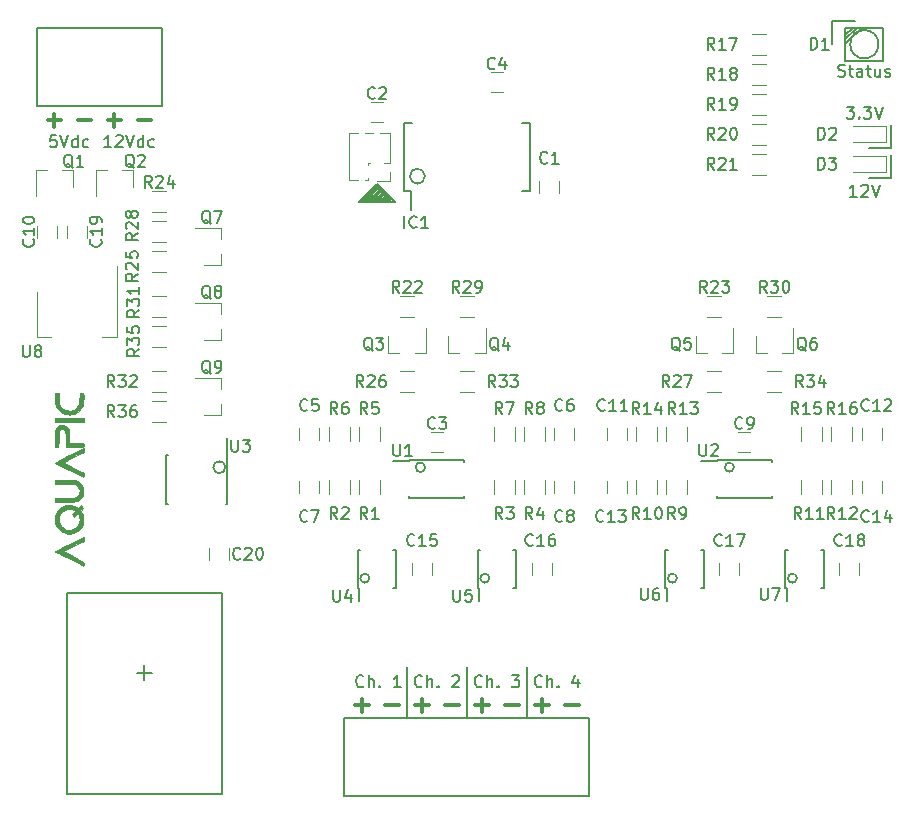
<source format=gto>
G04 #@! TF.FileFunction,Legend,Top*
%FSLAX46Y46*%
G04 Gerber Fmt 4.6, Leading zero omitted, Abs format (unit mm)*
G04 Created by KiCad (PCBNEW 4.0.7) date Sat Dec  2 17:24:25 2017*
%MOMM*%
%LPD*%
G01*
G04 APERTURE LIST*
%ADD10C,0.127000*%
%ADD11C,0.200000*%
%ADD12C,0.300000*%
%ADD13C,0.203200*%
%ADD14C,0.152400*%
%ADD15C,0.120000*%
%ADD16C,0.010000*%
%ADD17C,0.150000*%
G04 APERTURE END LIST*
D10*
D11*
X36449000Y56134000D02*
G75*
G03X36449000Y56134000I-635000J0D01*
G01*
X75946000Y56007000D02*
X75946000Y57912000D01*
X74041000Y56007000D02*
X75946000Y56007000D01*
X75946000Y58547000D02*
X75946000Y60452000D01*
X75819000Y58547000D02*
X75946000Y58547000D01*
X74041000Y58547000D02*
X75819000Y58547000D01*
X62611000Y31496000D02*
G75*
G03X62611000Y31496000I-381000J0D01*
G01*
X36469609Y31496000D02*
G75*
G03X36469609Y31496000I-401609J0D01*
G01*
X19558000Y31496000D02*
G75*
G03X19558000Y31496000I-508000J0D01*
G01*
X31750000Y22098000D02*
G75*
G03X31750000Y22098000I-381000J0D01*
G01*
X41910000Y22098000D02*
G75*
G03X41910000Y22098000I-381000J0D01*
G01*
X57785000Y22098000D02*
G75*
G03X57785000Y22098000I-381000J0D01*
G01*
X67945000Y22098000D02*
G75*
G03X67945000Y22098000I-381000J0D01*
G01*
D12*
X48323572Y11322857D02*
X49466429Y11322857D01*
X43243572Y11322857D02*
X44386429Y11322857D01*
X38163572Y11322857D02*
X39306429Y11322857D01*
X33083572Y11322857D02*
X34226429Y11322857D01*
X45783572Y11322857D02*
X46926429Y11322857D01*
X46355000Y10751429D02*
X46355000Y11894286D01*
X40703572Y11322857D02*
X41846429Y11322857D01*
X41275000Y10751429D02*
X41275000Y11894286D01*
X35623572Y11322857D02*
X36766429Y11322857D01*
X36195000Y10751429D02*
X36195000Y11894286D01*
X30543572Y11322857D02*
X31686429Y11322857D01*
X31115000Y10751429D02*
X31115000Y11894286D01*
D11*
X34925000Y10287000D02*
X34925000Y14605000D01*
X45085000Y10287000D02*
X45085000Y14605000D01*
X40005000Y10287000D02*
X40005000Y14605000D01*
D13*
X46367095Y12972143D02*
X46318714Y12923762D01*
X46173571Y12875381D01*
X46076809Y12875381D01*
X45931667Y12923762D01*
X45834905Y13020524D01*
X45786524Y13117286D01*
X45738143Y13310810D01*
X45738143Y13455952D01*
X45786524Y13649476D01*
X45834905Y13746238D01*
X45931667Y13843000D01*
X46076809Y13891381D01*
X46173571Y13891381D01*
X46318714Y13843000D01*
X46367095Y13794619D01*
X46802524Y12875381D02*
X46802524Y13891381D01*
X47237952Y12875381D02*
X47237952Y13407571D01*
X47189571Y13504333D01*
X47092809Y13552714D01*
X46947667Y13552714D01*
X46850905Y13504333D01*
X46802524Y13455952D01*
X47721762Y12972143D02*
X47770143Y12923762D01*
X47721762Y12875381D01*
X47673381Y12923762D01*
X47721762Y12972143D01*
X47721762Y12875381D01*
X49415095Y13552714D02*
X49415095Y12875381D01*
X49173191Y13939762D02*
X48931286Y13214048D01*
X49560238Y13214048D01*
X41287095Y12972143D02*
X41238714Y12923762D01*
X41093571Y12875381D01*
X40996809Y12875381D01*
X40851667Y12923762D01*
X40754905Y13020524D01*
X40706524Y13117286D01*
X40658143Y13310810D01*
X40658143Y13455952D01*
X40706524Y13649476D01*
X40754905Y13746238D01*
X40851667Y13843000D01*
X40996809Y13891381D01*
X41093571Y13891381D01*
X41238714Y13843000D01*
X41287095Y13794619D01*
X41722524Y12875381D02*
X41722524Y13891381D01*
X42157952Y12875381D02*
X42157952Y13407571D01*
X42109571Y13504333D01*
X42012809Y13552714D01*
X41867667Y13552714D01*
X41770905Y13504333D01*
X41722524Y13455952D01*
X42641762Y12972143D02*
X42690143Y12923762D01*
X42641762Y12875381D01*
X42593381Y12923762D01*
X42641762Y12972143D01*
X42641762Y12875381D01*
X43802905Y13891381D02*
X44431857Y13891381D01*
X44093191Y13504333D01*
X44238333Y13504333D01*
X44335095Y13455952D01*
X44383476Y13407571D01*
X44431857Y13310810D01*
X44431857Y13068905D01*
X44383476Y12972143D01*
X44335095Y12923762D01*
X44238333Y12875381D01*
X43948048Y12875381D01*
X43851286Y12923762D01*
X43802905Y12972143D01*
X36207095Y12972143D02*
X36158714Y12923762D01*
X36013571Y12875381D01*
X35916809Y12875381D01*
X35771667Y12923762D01*
X35674905Y13020524D01*
X35626524Y13117286D01*
X35578143Y13310810D01*
X35578143Y13455952D01*
X35626524Y13649476D01*
X35674905Y13746238D01*
X35771667Y13843000D01*
X35916809Y13891381D01*
X36013571Y13891381D01*
X36158714Y13843000D01*
X36207095Y13794619D01*
X36642524Y12875381D02*
X36642524Y13891381D01*
X37077952Y12875381D02*
X37077952Y13407571D01*
X37029571Y13504333D01*
X36932809Y13552714D01*
X36787667Y13552714D01*
X36690905Y13504333D01*
X36642524Y13455952D01*
X37561762Y12972143D02*
X37610143Y12923762D01*
X37561762Y12875381D01*
X37513381Y12923762D01*
X37561762Y12972143D01*
X37561762Y12875381D01*
X38771286Y13794619D02*
X38819667Y13843000D01*
X38916429Y13891381D01*
X39158333Y13891381D01*
X39255095Y13843000D01*
X39303476Y13794619D01*
X39351857Y13697857D01*
X39351857Y13601095D01*
X39303476Y13455952D01*
X38722905Y12875381D01*
X39351857Y12875381D01*
X31254095Y12972143D02*
X31205714Y12923762D01*
X31060571Y12875381D01*
X30963809Y12875381D01*
X30818667Y12923762D01*
X30721905Y13020524D01*
X30673524Y13117286D01*
X30625143Y13310810D01*
X30625143Y13455952D01*
X30673524Y13649476D01*
X30721905Y13746238D01*
X30818667Y13843000D01*
X30963809Y13891381D01*
X31060571Y13891381D01*
X31205714Y13843000D01*
X31254095Y13794619D01*
X31689524Y12875381D02*
X31689524Y13891381D01*
X32124952Y12875381D02*
X32124952Y13407571D01*
X32076571Y13504333D01*
X31979809Y13552714D01*
X31834667Y13552714D01*
X31737905Y13504333D01*
X31689524Y13455952D01*
X32608762Y12972143D02*
X32657143Y12923762D01*
X32608762Y12875381D01*
X32560381Y12923762D01*
X32608762Y12972143D01*
X32608762Y12875381D01*
X34398857Y12875381D02*
X33818286Y12875381D01*
X34108572Y12875381D02*
X34108572Y13891381D01*
X34011810Y13746238D01*
X33915048Y13649476D01*
X33818286Y13601095D01*
D14*
X9906000Y58595381D02*
X9325429Y58595381D01*
X9615715Y58595381D02*
X9615715Y59611381D01*
X9518953Y59466238D01*
X9422191Y59369476D01*
X9325429Y59321095D01*
X10293048Y59514619D02*
X10341429Y59563000D01*
X10438191Y59611381D01*
X10680095Y59611381D01*
X10776857Y59563000D01*
X10825238Y59514619D01*
X10873619Y59417857D01*
X10873619Y59321095D01*
X10825238Y59175952D01*
X10244667Y58595381D01*
X10873619Y58595381D01*
X11163905Y59611381D02*
X11502572Y58595381D01*
X11841238Y59611381D01*
X12615333Y58595381D02*
X12615333Y59611381D01*
X12615333Y58643762D02*
X12518571Y58595381D01*
X12325048Y58595381D01*
X12228286Y58643762D01*
X12179905Y58692143D01*
X12131524Y58788905D01*
X12131524Y59079190D01*
X12179905Y59175952D01*
X12228286Y59224333D01*
X12325048Y59272714D01*
X12518571Y59272714D01*
X12615333Y59224333D01*
X13534571Y58643762D02*
X13437809Y58595381D01*
X13244286Y58595381D01*
X13147524Y58643762D01*
X13099143Y58692143D01*
X13050762Y58788905D01*
X13050762Y59079190D01*
X13099143Y59175952D01*
X13147524Y59224333D01*
X13244286Y59272714D01*
X13437809Y59272714D01*
X13534571Y59224333D01*
X5261429Y59611381D02*
X4777620Y59611381D01*
X4729239Y59127571D01*
X4777620Y59175952D01*
X4874382Y59224333D01*
X5116286Y59224333D01*
X5213048Y59175952D01*
X5261429Y59127571D01*
X5309810Y59030810D01*
X5309810Y58788905D01*
X5261429Y58692143D01*
X5213048Y58643762D01*
X5116286Y58595381D01*
X4874382Y58595381D01*
X4777620Y58643762D01*
X4729239Y58692143D01*
X5600096Y59611381D02*
X5938763Y58595381D01*
X6277429Y59611381D01*
X7051524Y58595381D02*
X7051524Y59611381D01*
X7051524Y58643762D02*
X6954762Y58595381D01*
X6761239Y58595381D01*
X6664477Y58643762D01*
X6616096Y58692143D01*
X6567715Y58788905D01*
X6567715Y59079190D01*
X6616096Y59175952D01*
X6664477Y59224333D01*
X6761239Y59272714D01*
X6954762Y59272714D01*
X7051524Y59224333D01*
X7970762Y58643762D02*
X7874000Y58595381D01*
X7680477Y58595381D01*
X7583715Y58643762D01*
X7535334Y58692143D01*
X7486953Y58788905D01*
X7486953Y59079190D01*
X7535334Y59175952D01*
X7583715Y59224333D01*
X7680477Y59272714D01*
X7874000Y59272714D01*
X7970762Y59224333D01*
X72160191Y62024381D02*
X72789143Y62024381D01*
X72450477Y61637333D01*
X72595619Y61637333D01*
X72692381Y61588952D01*
X72740762Y61540571D01*
X72789143Y61443810D01*
X72789143Y61201905D01*
X72740762Y61105143D01*
X72692381Y61056762D01*
X72595619Y61008381D01*
X72305334Y61008381D01*
X72208572Y61056762D01*
X72160191Y61105143D01*
X73224572Y61105143D02*
X73272953Y61056762D01*
X73224572Y61008381D01*
X73176191Y61056762D01*
X73224572Y61105143D01*
X73224572Y61008381D01*
X73611620Y62024381D02*
X74240572Y62024381D01*
X73901906Y61637333D01*
X74047048Y61637333D01*
X74143810Y61588952D01*
X74192191Y61540571D01*
X74240572Y61443810D01*
X74240572Y61201905D01*
X74192191Y61105143D01*
X74143810Y61056762D01*
X74047048Y61008381D01*
X73756763Y61008381D01*
X73660001Y61056762D01*
X73611620Y61105143D01*
X74530858Y62024381D02*
X74869525Y61008381D01*
X75208191Y62024381D01*
D12*
X9588572Y60852857D02*
X10731429Y60852857D01*
X10160000Y60281429D02*
X10160000Y61424286D01*
X12128572Y60852857D02*
X13271429Y60852857D01*
D11*
X33274000Y54102000D02*
X33401000Y54229000D01*
X33020000Y54102000D02*
X33274000Y54356000D01*
X32766000Y54102000D02*
X33147000Y54483000D01*
X33528000Y54102000D02*
X31115000Y54102000D01*
X33909000Y53975000D02*
X30861000Y53975000D01*
X31496000Y54102000D02*
X32512000Y55118000D01*
X32385000Y55499000D02*
X30861000Y53975000D01*
X31242000Y54102000D02*
X32385000Y55245000D01*
X32385000Y55245000D02*
X32385000Y55372000D01*
X32258000Y54102000D02*
X32893000Y54737000D01*
X32004000Y54102000D02*
X32766000Y54864000D01*
X31750000Y54102000D02*
X32639000Y54991000D01*
D12*
X7048572Y60852857D02*
X8191429Y60852857D01*
X4508572Y60852857D02*
X5651429Y60852857D01*
X5080000Y60281429D02*
X5080000Y61424286D01*
D14*
X71458668Y64612762D02*
X71603811Y64564381D01*
X71845715Y64564381D01*
X71942477Y64612762D01*
X71990858Y64661143D01*
X72039239Y64757905D01*
X72039239Y64854667D01*
X71990858Y64951429D01*
X71942477Y64999810D01*
X71845715Y65048190D01*
X71652192Y65096571D01*
X71555430Y65144952D01*
X71507049Y65193333D01*
X71458668Y65290095D01*
X71458668Y65386857D01*
X71507049Y65483619D01*
X71555430Y65532000D01*
X71652192Y65580381D01*
X71894096Y65580381D01*
X72039239Y65532000D01*
X72329525Y65241714D02*
X72716573Y65241714D01*
X72474668Y65580381D02*
X72474668Y64709524D01*
X72523049Y64612762D01*
X72619811Y64564381D01*
X72716573Y64564381D01*
X73490667Y64564381D02*
X73490667Y65096571D01*
X73442286Y65193333D01*
X73345524Y65241714D01*
X73152001Y65241714D01*
X73055239Y65193333D01*
X73490667Y64612762D02*
X73393905Y64564381D01*
X73152001Y64564381D01*
X73055239Y64612762D01*
X73006858Y64709524D01*
X73006858Y64806286D01*
X73055239Y64903048D01*
X73152001Y64951429D01*
X73393905Y64951429D01*
X73490667Y64999810D01*
X73829334Y65241714D02*
X74216382Y65241714D01*
X73974477Y65580381D02*
X73974477Y64709524D01*
X74022858Y64612762D01*
X74119620Y64564381D01*
X74216382Y64564381D01*
X74990476Y65241714D02*
X74990476Y64564381D01*
X74555048Y65241714D02*
X74555048Y64709524D01*
X74603429Y64612762D01*
X74700191Y64564381D01*
X74845333Y64564381D01*
X74942095Y64612762D01*
X74990476Y64661143D01*
X75425905Y64612762D02*
X75522667Y64564381D01*
X75716191Y64564381D01*
X75812952Y64612762D01*
X75861333Y64709524D01*
X75861333Y64757905D01*
X75812952Y64854667D01*
X75716191Y64903048D01*
X75571048Y64903048D01*
X75474286Y64951429D01*
X75425905Y65048190D01*
X75425905Y65096571D01*
X75474286Y65193333D01*
X75571048Y65241714D01*
X75716191Y65241714D01*
X75812952Y65193333D01*
X73031048Y54404381D02*
X72450477Y54404381D01*
X72740763Y54404381D02*
X72740763Y55420381D01*
X72644001Y55275238D01*
X72547239Y55178476D01*
X72450477Y55130095D01*
X73418096Y55323619D02*
X73466477Y55372000D01*
X73563239Y55420381D01*
X73805143Y55420381D01*
X73901905Y55372000D01*
X73950286Y55323619D01*
X73998667Y55226857D01*
X73998667Y55130095D01*
X73950286Y54984952D01*
X73369715Y54404381D01*
X73998667Y54404381D01*
X74288953Y55420381D02*
X74627620Y54404381D01*
X74966286Y55420381D01*
D11*
X33528000Y54102000D02*
X32385000Y55245000D01*
X32512000Y54102000D02*
X33020000Y54610000D01*
X32385000Y55499000D02*
X33909000Y53975000D01*
D15*
X60360000Y45965000D02*
X61560000Y45965000D01*
X61560000Y44205000D02*
X60360000Y44205000D01*
X14570000Y48015000D02*
X13370000Y48015000D01*
X13370000Y49775000D02*
X14570000Y49775000D01*
X13370000Y52315000D02*
X14570000Y52315000D01*
X14570000Y50555000D02*
X13370000Y50555000D01*
X14570000Y53095000D02*
X13370000Y53095000D01*
X13370000Y54855000D02*
X14570000Y54855000D01*
X19175000Y48585000D02*
X19175000Y49515000D01*
X19175000Y51745000D02*
X19175000Y50815000D01*
X19175000Y51745000D02*
X17015000Y51745000D01*
X19175000Y48585000D02*
X17715000Y48585000D01*
D16*
G36*
X5140686Y24385380D02*
X5193153Y24413969D01*
X5275847Y24457253D01*
X5384881Y24513302D01*
X5516368Y24580188D01*
X5666421Y24655981D01*
X5831152Y24738752D01*
X6006674Y24826570D01*
X6189100Y24917507D01*
X6374543Y25009633D01*
X6559116Y25101019D01*
X6738931Y25189734D01*
X6910102Y25273850D01*
X7068741Y25351437D01*
X7210961Y25420565D01*
X7332875Y25479306D01*
X7430596Y25525729D01*
X7500236Y25557905D01*
X7537908Y25573905D01*
X7543540Y25575237D01*
X7549751Y25549238D01*
X7554337Y25492328D01*
X7556448Y25415924D01*
X7556500Y25401557D01*
X7556500Y25240837D01*
X6688673Y24807336D01*
X5820846Y24373836D01*
X6683381Y23939710D01*
X7545916Y23505583D01*
X7552020Y23345882D01*
X7553248Y23267432D01*
X7550903Y23206349D01*
X7545493Y23174139D01*
X7544352Y23172408D01*
X7524009Y23179526D01*
X7469756Y23203780D01*
X7385482Y23243242D01*
X7275074Y23295984D01*
X7142421Y23360077D01*
X6991412Y23433594D01*
X6825934Y23514607D01*
X6649876Y23601187D01*
X6467125Y23691407D01*
X6281570Y23783338D01*
X6097100Y23875053D01*
X5917602Y23964623D01*
X5746965Y24050120D01*
X5589077Y24129616D01*
X5447826Y24201184D01*
X5327100Y24262895D01*
X5230788Y24312821D01*
X5162777Y24349034D01*
X5126957Y24369606D01*
X5122333Y24373416D01*
X5140686Y24385380D01*
X5140686Y24385380D01*
G37*
X5140686Y24385380D02*
X5193153Y24413969D01*
X5275847Y24457253D01*
X5384881Y24513302D01*
X5516368Y24580188D01*
X5666421Y24655981D01*
X5831152Y24738752D01*
X6006674Y24826570D01*
X6189100Y24917507D01*
X6374543Y25009633D01*
X6559116Y25101019D01*
X6738931Y25189734D01*
X6910102Y25273850D01*
X7068741Y25351437D01*
X7210961Y25420565D01*
X7332875Y25479306D01*
X7430596Y25525729D01*
X7500236Y25557905D01*
X7537908Y25573905D01*
X7543540Y25575237D01*
X7549751Y25549238D01*
X7554337Y25492328D01*
X7556448Y25415924D01*
X7556500Y25401557D01*
X7556500Y25240837D01*
X6688673Y24807336D01*
X5820846Y24373836D01*
X6683381Y23939710D01*
X7545916Y23505583D01*
X7552020Y23345882D01*
X7553248Y23267432D01*
X7550903Y23206349D01*
X7545493Y23174139D01*
X7544352Y23172408D01*
X7524009Y23179526D01*
X7469756Y23203780D01*
X7385482Y23243242D01*
X7275074Y23295984D01*
X7142421Y23360077D01*
X6991412Y23433594D01*
X6825934Y23514607D01*
X6649876Y23601187D01*
X6467125Y23691407D01*
X6281570Y23783338D01*
X6097100Y23875053D01*
X5917602Y23964623D01*
X5746965Y24050120D01*
X5589077Y24129616D01*
X5447826Y24201184D01*
X5327100Y24262895D01*
X5230788Y24312821D01*
X5162777Y24349034D01*
X5126957Y24369606D01*
X5122333Y24373416D01*
X5140686Y24385380D01*
G36*
X5140898Y27285783D02*
X5198263Y27492278D01*
X5291303Y27686833D01*
X5417830Y27864525D01*
X5575656Y28020432D01*
X5699551Y28111369D01*
X5886701Y28207841D01*
X6088748Y28267716D01*
X6299232Y28290949D01*
X6511697Y28277496D01*
X6719684Y28227313D01*
X6916733Y28140354D01*
X6951836Y28120013D01*
X7077423Y28044251D01*
X7324079Y28288333D01*
X7544999Y28067413D01*
X7300917Y27820757D01*
X7376679Y27695170D01*
X7469473Y27500844D01*
X7524889Y27289323D01*
X7542072Y27064825D01*
X7533489Y26924000D01*
X7490363Y26720903D01*
X7410517Y26530758D01*
X7298551Y26357312D01*
X7159067Y26204311D01*
X6996663Y26075501D01*
X6815940Y25974627D01*
X6621499Y25905438D01*
X6417939Y25871679D01*
X6303483Y25872825D01*
X6303483Y26194671D01*
X6483425Y26205642D01*
X6654947Y26252527D01*
X6813374Y26333310D01*
X6954036Y26445978D01*
X7072259Y26588513D01*
X7163369Y26758900D01*
X7189324Y26828750D01*
X7204567Y26905609D01*
X7211700Y27014703D01*
X7211216Y27114500D01*
X7205720Y27222185D01*
X7194828Y27303389D01*
X7175408Y27373902D01*
X7145072Y27447875D01*
X7113446Y27513887D01*
X7087531Y27561300D01*
X7072792Y27580147D01*
X7072565Y27580167D01*
X7053206Y27566180D01*
X7011102Y27528503D01*
X6953260Y27473559D01*
X6910802Y27431887D01*
X6761527Y27283607D01*
X6540597Y27507315D01*
X6688715Y27654298D01*
X6751591Y27717982D01*
X6801216Y27770699D01*
X6831086Y27805399D01*
X6836833Y27814833D01*
X6819048Y27829676D01*
X6772464Y27855456D01*
X6708464Y27885994D01*
X6524891Y27947109D01*
X6341649Y27968538D01*
X6163336Y27952712D01*
X5994549Y27902061D01*
X5839886Y27819017D01*
X5703945Y27706011D01*
X5591322Y27565474D01*
X5506616Y27399837D01*
X5456670Y27224048D01*
X5444697Y27048240D01*
X5471081Y26872939D01*
X5532320Y26704967D01*
X5624912Y26551146D01*
X5745353Y26418296D01*
X5890142Y26313239D01*
X5937025Y26288538D01*
X6119792Y26221631D01*
X6303483Y26194671D01*
X6303483Y25872825D01*
X6243426Y25873427D01*
X6024938Y25913806D01*
X5820556Y25990808D01*
X5634428Y26100731D01*
X5470701Y26239873D01*
X5333522Y26404532D01*
X5227038Y26591006D01*
X5155397Y26795594D01*
X5141944Y26856667D01*
X5121396Y27072272D01*
X5140898Y27285783D01*
X5140898Y27285783D01*
G37*
X5140898Y27285783D02*
X5198263Y27492278D01*
X5291303Y27686833D01*
X5417830Y27864525D01*
X5575656Y28020432D01*
X5699551Y28111369D01*
X5886701Y28207841D01*
X6088748Y28267716D01*
X6299232Y28290949D01*
X6511697Y28277496D01*
X6719684Y28227313D01*
X6916733Y28140354D01*
X6951836Y28120013D01*
X7077423Y28044251D01*
X7324079Y28288333D01*
X7544999Y28067413D01*
X7300917Y27820757D01*
X7376679Y27695170D01*
X7469473Y27500844D01*
X7524889Y27289323D01*
X7542072Y27064825D01*
X7533489Y26924000D01*
X7490363Y26720903D01*
X7410517Y26530758D01*
X7298551Y26357312D01*
X7159067Y26204311D01*
X6996663Y26075501D01*
X6815940Y25974627D01*
X6621499Y25905438D01*
X6417939Y25871679D01*
X6303483Y25872825D01*
X6303483Y26194671D01*
X6483425Y26205642D01*
X6654947Y26252527D01*
X6813374Y26333310D01*
X6954036Y26445978D01*
X7072259Y26588513D01*
X7163369Y26758900D01*
X7189324Y26828750D01*
X7204567Y26905609D01*
X7211700Y27014703D01*
X7211216Y27114500D01*
X7205720Y27222185D01*
X7194828Y27303389D01*
X7175408Y27373902D01*
X7145072Y27447875D01*
X7113446Y27513887D01*
X7087531Y27561300D01*
X7072792Y27580147D01*
X7072565Y27580167D01*
X7053206Y27566180D01*
X7011102Y27528503D01*
X6953260Y27473559D01*
X6910802Y27431887D01*
X6761527Y27283607D01*
X6540597Y27507315D01*
X6688715Y27654298D01*
X6751591Y27717982D01*
X6801216Y27770699D01*
X6831086Y27805399D01*
X6836833Y27814833D01*
X6819048Y27829676D01*
X6772464Y27855456D01*
X6708464Y27885994D01*
X6524891Y27947109D01*
X6341649Y27968538D01*
X6163336Y27952712D01*
X5994549Y27902061D01*
X5839886Y27819017D01*
X5703945Y27706011D01*
X5591322Y27565474D01*
X5506616Y27399837D01*
X5456670Y27224048D01*
X5444697Y27048240D01*
X5471081Y26872939D01*
X5532320Y26704967D01*
X5624912Y26551146D01*
X5745353Y26418296D01*
X5890142Y26313239D01*
X5937025Y26288538D01*
X6119792Y26221631D01*
X6303483Y26194671D01*
X6303483Y25872825D01*
X6243426Y25873427D01*
X6024938Y25913806D01*
X5820556Y25990808D01*
X5634428Y26100731D01*
X5470701Y26239873D01*
X5333522Y26404532D01*
X5227038Y26591006D01*
X5155397Y26795594D01*
X5141944Y26856667D01*
X5121396Y27072272D01*
X5140898Y27285783D01*
G36*
X5953125Y28896999D02*
X6172524Y28898822D01*
X6353993Y28900823D01*
X6501930Y28903654D01*
X6620735Y28907969D01*
X6714807Y28914421D01*
X6788548Y28923663D01*
X6846354Y28936348D01*
X6892628Y28953129D01*
X6931767Y28974660D01*
X6968172Y29001593D01*
X7006243Y29034582D01*
X7031126Y29057023D01*
X7130793Y29173463D01*
X7192494Y29308500D01*
X7215841Y29461232D01*
X7216016Y29485167D01*
X7211374Y29569399D01*
X7200784Y29646671D01*
X7189764Y29690146D01*
X7122122Y29817851D01*
X7023701Y29929345D01*
X6920215Y30003750D01*
X6805083Y30067250D01*
X5963708Y30073453D01*
X5122333Y30079657D01*
X5122333Y30397100D01*
X6868583Y30384750D01*
X7011962Y30316834D01*
X7177130Y30216438D01*
X7315286Y30087238D01*
X7423531Y29934690D01*
X7498964Y29764250D01*
X7538688Y29581375D01*
X7539802Y29391519D01*
X7532663Y29337000D01*
X7484005Y29164302D01*
X7399064Y29003586D01*
X7283437Y28860647D01*
X7142722Y28741283D01*
X6982514Y28651289D01*
X6819916Y28598818D01*
X6763306Y28591777D01*
X6666435Y28585893D01*
X6531360Y28581219D01*
X6360140Y28577809D01*
X6154831Y28575718D01*
X5917491Y28575000D01*
X5122333Y28575000D01*
X5122333Y28890238D01*
X5953125Y28896999D01*
X5953125Y28896999D01*
G37*
X5953125Y28896999D02*
X6172524Y28898822D01*
X6353993Y28900823D01*
X6501930Y28903654D01*
X6620735Y28907969D01*
X6714807Y28914421D01*
X6788548Y28923663D01*
X6846354Y28936348D01*
X6892628Y28953129D01*
X6931767Y28974660D01*
X6968172Y29001593D01*
X7006243Y29034582D01*
X7031126Y29057023D01*
X7130793Y29173463D01*
X7192494Y29308500D01*
X7215841Y29461232D01*
X7216016Y29485167D01*
X7211374Y29569399D01*
X7200784Y29646671D01*
X7189764Y29690146D01*
X7122122Y29817851D01*
X7023701Y29929345D01*
X6920215Y30003750D01*
X6805083Y30067250D01*
X5963708Y30073453D01*
X5122333Y30079657D01*
X5122333Y30397100D01*
X6868583Y30384750D01*
X7011962Y30316834D01*
X7177130Y30216438D01*
X7315286Y30087238D01*
X7423531Y29934690D01*
X7498964Y29764250D01*
X7538688Y29581375D01*
X7539802Y29391519D01*
X7532663Y29337000D01*
X7484005Y29164302D01*
X7399064Y29003586D01*
X7283437Y28860647D01*
X7142722Y28741283D01*
X6982514Y28651289D01*
X6819916Y28598818D01*
X6763306Y28591777D01*
X6666435Y28585893D01*
X6531360Y28581219D01*
X6360140Y28577809D01*
X6154831Y28575718D01*
X5917491Y28575000D01*
X5122333Y28575000D01*
X5122333Y28890238D01*
X5953125Y28896999D01*
G36*
X6323542Y32498771D02*
X6534209Y32604036D01*
X6733578Y32703499D01*
X6918447Y32795572D01*
X7085611Y32878666D01*
X7231867Y32951195D01*
X7354012Y33011569D01*
X7448842Y33058201D01*
X7513153Y33089503D01*
X7543741Y33103886D01*
X7545843Y33104667D01*
X7550792Y33085171D01*
X7554518Y33033364D01*
X7556392Y32959260D01*
X7556500Y32935299D01*
X7556500Y32765931D01*
X6699250Y32337462D01*
X6523070Y32249173D01*
X6359088Y32166549D01*
X6211077Y32091525D01*
X6082810Y32026033D01*
X5978062Y31972008D01*
X5900606Y31931383D01*
X5854214Y31906093D01*
X5842000Y31898167D01*
X5860325Y31886782D01*
X5912787Y31858490D01*
X5995611Y31815223D01*
X6105024Y31758917D01*
X6237252Y31691504D01*
X6388523Y31614918D01*
X6555062Y31531093D01*
X6699250Y31458871D01*
X7556500Y31030402D01*
X7556500Y30861034D01*
X7554298Y30769304D01*
X7547205Y30715045D01*
X7534488Y30693597D01*
X7530041Y30692826D01*
X7506946Y30702284D01*
X7449318Y30729172D01*
X7360433Y30771877D01*
X7243568Y30828791D01*
X7102000Y30898303D01*
X6939007Y30978803D01*
X6757865Y31068681D01*
X6561852Y31166326D01*
X6354243Y31270129D01*
X6307740Y31293430D01*
X5111898Y31892875D01*
X6323542Y32498771D01*
X6323542Y32498771D01*
G37*
X6323542Y32498771D02*
X6534209Y32604036D01*
X6733578Y32703499D01*
X6918447Y32795572D01*
X7085611Y32878666D01*
X7231867Y32951195D01*
X7354012Y33011569D01*
X7448842Y33058201D01*
X7513153Y33089503D01*
X7543741Y33103886D01*
X7545843Y33104667D01*
X7550792Y33085171D01*
X7554518Y33033364D01*
X7556392Y32959260D01*
X7556500Y32935299D01*
X7556500Y32765931D01*
X6699250Y32337462D01*
X6523070Y32249173D01*
X6359088Y32166549D01*
X6211077Y32091525D01*
X6082810Y32026033D01*
X5978062Y31972008D01*
X5900606Y31931383D01*
X5854214Y31906093D01*
X5842000Y31898167D01*
X5860325Y31886782D01*
X5912787Y31858490D01*
X5995611Y31815223D01*
X6105024Y31758917D01*
X6237252Y31691504D01*
X6388523Y31614918D01*
X6555062Y31531093D01*
X6699250Y31458871D01*
X7556500Y31030402D01*
X7556500Y30861034D01*
X7554298Y30769304D01*
X7547205Y30715045D01*
X7534488Y30693597D01*
X7530041Y30692826D01*
X7506946Y30702284D01*
X7449318Y30729172D01*
X7360433Y30771877D01*
X7243568Y30828791D01*
X7102000Y30898303D01*
X6939007Y30978803D01*
X6757865Y31068681D01*
X6561852Y31166326D01*
X6354243Y31270129D01*
X6307740Y31293430D01*
X5111898Y31892875D01*
X6323542Y32498771D01*
G36*
X5122707Y34091474D02*
X5124405Y34261047D01*
X5128288Y34398099D01*
X5135220Y34507535D01*
X5146063Y34594259D01*
X5161679Y34663177D01*
X5182931Y34719193D01*
X5210683Y34767213D01*
X5245795Y34812141D01*
X5289131Y34858881D01*
X5294693Y34864608D01*
X5421660Y34967608D01*
X5560882Y35032326D01*
X5706732Y35058747D01*
X5853583Y35046854D01*
X5995808Y34996631D01*
X6127782Y34908062D01*
X6171387Y34867106D01*
X6218957Y34816174D01*
X6256453Y34767788D01*
X6285183Y34716062D01*
X6306454Y34655111D01*
X6321572Y34579052D01*
X6331847Y34481999D01*
X6338583Y34358067D01*
X6343090Y34201371D01*
X6345359Y34083951D01*
X6354333Y33570985D01*
X6950124Y33565367D01*
X7545916Y33559750D01*
X7552047Y33410658D01*
X7553106Y33334717D01*
X7550089Y33276159D01*
X7543647Y33247097D01*
X7543228Y33246617D01*
X7519297Y33243148D01*
X7457929Y33239963D01*
X7364019Y33237160D01*
X7242461Y33234833D01*
X7098151Y33233078D01*
X6935984Y33231993D01*
X6780388Y33231667D01*
X6032500Y33231667D01*
X6032500Y33812708D01*
X6031852Y34015262D01*
X6029521Y34180138D01*
X6024929Y34311975D01*
X6017494Y34415412D01*
X6006636Y34495091D01*
X5991776Y34555652D01*
X5972334Y34601733D01*
X5947729Y34637976D01*
X5926517Y34660559D01*
X5844746Y34711797D01*
X5746552Y34733106D01*
X5646885Y34722978D01*
X5582404Y34695249D01*
X5547391Y34672426D01*
X5519172Y34648672D01*
X5496926Y34619338D01*
X5479833Y34579775D01*
X5467070Y34525336D01*
X5457818Y34451370D01*
X5451256Y34353229D01*
X5446562Y34226265D01*
X5442916Y34065827D01*
X5439833Y33887833D01*
X5429250Y33242250D01*
X5275791Y33236031D01*
X5122333Y33229812D01*
X5122333Y33884475D01*
X5122707Y34091474D01*
X5122707Y34091474D01*
G37*
X5122707Y34091474D02*
X5124405Y34261047D01*
X5128288Y34398099D01*
X5135220Y34507535D01*
X5146063Y34594259D01*
X5161679Y34663177D01*
X5182931Y34719193D01*
X5210683Y34767213D01*
X5245795Y34812141D01*
X5289131Y34858881D01*
X5294693Y34864608D01*
X5421660Y34967608D01*
X5560882Y35032326D01*
X5706732Y35058747D01*
X5853583Y35046854D01*
X5995808Y34996631D01*
X6127782Y34908062D01*
X6171387Y34867106D01*
X6218957Y34816174D01*
X6256453Y34767788D01*
X6285183Y34716062D01*
X6306454Y34655111D01*
X6321572Y34579052D01*
X6331847Y34481999D01*
X6338583Y34358067D01*
X6343090Y34201371D01*
X6345359Y34083951D01*
X6354333Y33570985D01*
X6950124Y33565367D01*
X7545916Y33559750D01*
X7552047Y33410658D01*
X7553106Y33334717D01*
X7550089Y33276159D01*
X7543647Y33247097D01*
X7543228Y33246617D01*
X7519297Y33243148D01*
X7457929Y33239963D01*
X7364019Y33237160D01*
X7242461Y33234833D01*
X7098151Y33233078D01*
X6935984Y33231993D01*
X6780388Y33231667D01*
X6032500Y33231667D01*
X6032500Y33812708D01*
X6031852Y34015262D01*
X6029521Y34180138D01*
X6024929Y34311975D01*
X6017494Y34415412D01*
X6006636Y34495091D01*
X5991776Y34555652D01*
X5972334Y34601733D01*
X5947729Y34637976D01*
X5926517Y34660559D01*
X5844746Y34711797D01*
X5746552Y34733106D01*
X5646885Y34722978D01*
X5582404Y34695249D01*
X5547391Y34672426D01*
X5519172Y34648672D01*
X5496926Y34619338D01*
X5479833Y34579775D01*
X5467070Y34525336D01*
X5457818Y34451370D01*
X5451256Y34353229D01*
X5446562Y34226265D01*
X5442916Y34065827D01*
X5439833Y33887833D01*
X5429250Y33242250D01*
X5275791Y33236031D01*
X5122333Y33229812D01*
X5122333Y33884475D01*
X5122707Y34091474D01*
G36*
X7556500Y35665833D02*
X7556500Y35348333D01*
X5122333Y35348333D01*
X5122333Y35665833D01*
X7556500Y35665833D01*
X7556500Y35665833D01*
G37*
X7556500Y35665833D02*
X7556500Y35348333D01*
X5122333Y35348333D01*
X5122333Y35665833D01*
X7556500Y35665833D01*
G36*
X5286375Y37778135D02*
X5439833Y37784354D01*
X5439833Y37428041D01*
X5443386Y37229592D01*
X5455297Y37066109D01*
X5477443Y36930721D01*
X5511701Y36816560D01*
X5559947Y36716757D01*
X5624059Y36624441D01*
X5675790Y36564479D01*
X5816658Y36437325D01*
X5970754Y36348892D01*
X6141874Y36297662D01*
X6333814Y36282116D01*
X6378649Y36283309D01*
X6484896Y36290423D01*
X6566208Y36303422D01*
X6639934Y36326192D01*
X6714929Y36358618D01*
X6876619Y36457283D01*
X7013093Y36589027D01*
X7121438Y36750945D01*
X7134868Y36777219D01*
X7207250Y36924133D01*
X7228416Y37771917D01*
X7545916Y37771917D01*
X7548787Y37454417D01*
X7548659Y37330303D01*
X7546321Y37209705D01*
X7542148Y37104397D01*
X7536515Y37026153D01*
X7534623Y37009917D01*
X7484948Y36793671D01*
X7398058Y36592429D01*
X7277713Y36410551D01*
X7127673Y36252394D01*
X6951695Y36122319D01*
X6753540Y36024683D01*
X6656916Y35992137D01*
X6527222Y35966651D01*
X6376014Y35955875D01*
X6220936Y35959806D01*
X6079628Y35978438D01*
X6023023Y35992264D01*
X5810846Y36075587D01*
X5619306Y36192907D01*
X5452577Y36340297D01*
X5314834Y36513829D01*
X5210252Y36709575D01*
X5181900Y36783635D01*
X5164972Y36835885D01*
X5152449Y36885559D01*
X5143676Y36940229D01*
X5137998Y37007468D01*
X5134757Y37094847D01*
X5133300Y37209937D01*
X5132969Y37348583D01*
X5132916Y37771917D01*
X5286375Y37778135D01*
X5286375Y37778135D01*
G37*
X5286375Y37778135D02*
X5439833Y37784354D01*
X5439833Y37428041D01*
X5443386Y37229592D01*
X5455297Y37066109D01*
X5477443Y36930721D01*
X5511701Y36816560D01*
X5559947Y36716757D01*
X5624059Y36624441D01*
X5675790Y36564479D01*
X5816658Y36437325D01*
X5970754Y36348892D01*
X6141874Y36297662D01*
X6333814Y36282116D01*
X6378649Y36283309D01*
X6484896Y36290423D01*
X6566208Y36303422D01*
X6639934Y36326192D01*
X6714929Y36358618D01*
X6876619Y36457283D01*
X7013093Y36589027D01*
X7121438Y36750945D01*
X7134868Y36777219D01*
X7207250Y36924133D01*
X7228416Y37771917D01*
X7545916Y37771917D01*
X7548787Y37454417D01*
X7548659Y37330303D01*
X7546321Y37209705D01*
X7542148Y37104397D01*
X7536515Y37026153D01*
X7534623Y37009917D01*
X7484948Y36793671D01*
X7398058Y36592429D01*
X7277713Y36410551D01*
X7127673Y36252394D01*
X6951695Y36122319D01*
X6753540Y36024683D01*
X6656916Y35992137D01*
X6527222Y35966651D01*
X6376014Y35955875D01*
X6220936Y35959806D01*
X6079628Y35978438D01*
X6023023Y35992264D01*
X5810846Y36075587D01*
X5619306Y36192907D01*
X5452577Y36340297D01*
X5314834Y36513829D01*
X5210252Y36709575D01*
X5181900Y36783635D01*
X5164972Y36835885D01*
X5152449Y36885559D01*
X5143676Y36940229D01*
X5137998Y37007468D01*
X5134757Y37094847D01*
X5133300Y37209937D01*
X5132969Y37348583D01*
X5132916Y37771917D01*
X5286375Y37778135D01*
D15*
X47840000Y54745000D02*
X47840000Y55745000D01*
X46140000Y55745000D02*
X46140000Y54745000D01*
X31885000Y60745000D02*
X32885000Y60745000D01*
X32885000Y62445000D02*
X31885000Y62445000D01*
X36965000Y32805000D02*
X37965000Y32805000D01*
X37965000Y34505000D02*
X36965000Y34505000D01*
X43045000Y64985000D02*
X42045000Y64985000D01*
X42045000Y63285000D02*
X43045000Y63285000D01*
X27520000Y33790000D02*
X27520000Y34790000D01*
X25820000Y34790000D02*
X25820000Y33790000D01*
X49110000Y33790000D02*
X49110000Y34790000D01*
X47410000Y34790000D02*
X47410000Y33790000D01*
X25820000Y30345000D02*
X25820000Y29345000D01*
X27520000Y29345000D02*
X27520000Y30345000D01*
X47410000Y30345000D02*
X47410000Y29345000D01*
X49110000Y29345000D02*
X49110000Y30345000D01*
X63000000Y32805000D02*
X64000000Y32805000D01*
X64000000Y34505000D02*
X63000000Y34505000D01*
X3595000Y51935000D02*
X3595000Y50935000D01*
X5295000Y50935000D02*
X5295000Y51935000D01*
X53555000Y33790000D02*
X53555000Y34790000D01*
X51855000Y34790000D02*
X51855000Y33790000D01*
X75145000Y33790000D02*
X75145000Y34790000D01*
X73445000Y34790000D02*
X73445000Y33790000D01*
X51855000Y30345000D02*
X51855000Y29345000D01*
X53555000Y29345000D02*
X53555000Y30345000D01*
X73445000Y30345000D02*
X73445000Y29345000D01*
X75145000Y29345000D02*
X75145000Y30345000D01*
X35345000Y23360000D02*
X35345000Y22360000D01*
X37045000Y22360000D02*
X37045000Y23360000D01*
X45505000Y23360000D02*
X45505000Y22360000D01*
X47205000Y22360000D02*
X47205000Y23360000D01*
X61380000Y23360000D02*
X61380000Y22360000D01*
X63080000Y22360000D02*
X63080000Y23360000D01*
X71540000Y23360000D02*
X71540000Y22360000D01*
X73240000Y22360000D02*
X73240000Y23360000D01*
X6135000Y51935000D02*
X6135000Y50935000D01*
X7835000Y50935000D02*
X7835000Y51935000D01*
X19900000Y23630000D02*
X19900000Y24630000D01*
X18200000Y24630000D02*
X18200000Y23630000D01*
X75460000Y58990000D02*
X75460000Y60390000D01*
X75460000Y60390000D02*
X72660000Y60390000D01*
X75460000Y58990000D02*
X72660000Y58990000D01*
X75460000Y56450000D02*
X75460000Y57850000D01*
X75460000Y57850000D02*
X72660000Y57850000D01*
X75460000Y56450000D02*
X72660000Y56450000D01*
D17*
X34680000Y54910000D02*
X35255000Y54910000D01*
X34680000Y60660000D02*
X35330000Y60660000D01*
X45330000Y60660000D02*
X44680000Y60660000D01*
X45330000Y54910000D02*
X44680000Y54910000D01*
X34680000Y54910000D02*
X34680000Y60660000D01*
X45330000Y54910000D02*
X45330000Y60660000D01*
X35255000Y54910000D02*
X35255000Y53310000D01*
X50365000Y3685000D02*
X29645000Y3685000D01*
X29645000Y3685000D02*
X29645000Y10285000D01*
X29645000Y10285000D02*
X50365000Y10285000D01*
X50365000Y10285000D02*
X50365000Y3685000D01*
X14170000Y68705000D02*
X14170000Y62105000D01*
X14170000Y62105000D02*
X3610000Y62105000D01*
X3610000Y62105000D02*
X3610000Y68705000D01*
X3610000Y68705000D02*
X14170000Y68705000D01*
D15*
X6660000Y56640000D02*
X5730000Y56640000D01*
X3500000Y56640000D02*
X4430000Y56640000D01*
X3500000Y56640000D02*
X3500000Y54480000D01*
X6660000Y56640000D02*
X6660000Y55180000D01*
X11740000Y56640000D02*
X10810000Y56640000D01*
X8580000Y56640000D02*
X9510000Y56640000D01*
X8580000Y56640000D02*
X8580000Y54480000D01*
X11740000Y56640000D02*
X11740000Y55180000D01*
X33345000Y41150000D02*
X34275000Y41150000D01*
X36505000Y41150000D02*
X35575000Y41150000D01*
X36505000Y41150000D02*
X36505000Y43310000D01*
X33345000Y41150000D02*
X33345000Y42610000D01*
X59380000Y41150000D02*
X60310000Y41150000D01*
X62540000Y41150000D02*
X61610000Y41150000D01*
X62540000Y41150000D02*
X62540000Y43310000D01*
X59380000Y41150000D02*
X59380000Y42610000D01*
X38425000Y41150000D02*
X39355000Y41150000D01*
X41585000Y41150000D02*
X40655000Y41150000D01*
X41585000Y41150000D02*
X41585000Y43310000D01*
X38425000Y41150000D02*
X38425000Y42610000D01*
X64460000Y41150000D02*
X65390000Y41150000D01*
X67620000Y41150000D02*
X66690000Y41150000D01*
X67620000Y41150000D02*
X67620000Y43310000D01*
X64460000Y41150000D02*
X64460000Y42610000D01*
X19175000Y42235000D02*
X19175000Y43165000D01*
X19175000Y45395000D02*
X19175000Y44465000D01*
X19175000Y45395000D02*
X17015000Y45395000D01*
X19175000Y42235000D02*
X17715000Y42235000D01*
X19175000Y35885000D02*
X19175000Y36815000D01*
X19175000Y39045000D02*
X19175000Y38115000D01*
X19175000Y39045000D02*
X17015000Y39045000D01*
X19175000Y35885000D02*
X17715000Y35885000D01*
X32630000Y30445000D02*
X32630000Y29245000D01*
X30870000Y29245000D02*
X30870000Y30445000D01*
X30090000Y30445000D02*
X30090000Y29245000D01*
X28330000Y29245000D02*
X28330000Y30445000D01*
X44060000Y30445000D02*
X44060000Y29245000D01*
X42300000Y29245000D02*
X42300000Y30445000D01*
X46600000Y30445000D02*
X46600000Y29245000D01*
X44840000Y29245000D02*
X44840000Y30445000D01*
X30870000Y33690000D02*
X30870000Y34890000D01*
X32630000Y34890000D02*
X32630000Y33690000D01*
X30090000Y34890000D02*
X30090000Y33690000D01*
X28330000Y33690000D02*
X28330000Y34890000D01*
X42300000Y33690000D02*
X42300000Y34890000D01*
X44060000Y34890000D02*
X44060000Y33690000D01*
X46600000Y34890000D02*
X46600000Y33690000D01*
X44840000Y33690000D02*
X44840000Y34890000D01*
X58665000Y30445000D02*
X58665000Y29245000D01*
X56905000Y29245000D02*
X56905000Y30445000D01*
X56125000Y30445000D02*
X56125000Y29245000D01*
X54365000Y29245000D02*
X54365000Y30445000D01*
X70095000Y30445000D02*
X70095000Y29245000D01*
X68335000Y29245000D02*
X68335000Y30445000D01*
X72635000Y30445000D02*
X72635000Y29245000D01*
X70875000Y29245000D02*
X70875000Y30445000D01*
X56905000Y33690000D02*
X56905000Y34890000D01*
X58665000Y34890000D02*
X58665000Y33690000D01*
X56125000Y34890000D02*
X56125000Y33690000D01*
X54365000Y33690000D02*
X54365000Y34890000D01*
X68335000Y33690000D02*
X68335000Y34890000D01*
X70095000Y34890000D02*
X70095000Y33690000D01*
X72635000Y34890000D02*
X72635000Y33690000D01*
X70875000Y33690000D02*
X70875000Y34890000D01*
X64170000Y65650000D02*
X65370000Y65650000D01*
X65370000Y63890000D02*
X64170000Y63890000D01*
X64170000Y63110000D02*
X65370000Y63110000D01*
X65370000Y61350000D02*
X64170000Y61350000D01*
X64170000Y68190000D02*
X65370000Y68190000D01*
X65370000Y66430000D02*
X64170000Y66430000D01*
X65370000Y58810000D02*
X64170000Y58810000D01*
X64170000Y60570000D02*
X65370000Y60570000D01*
X65370000Y56270000D02*
X64170000Y56270000D01*
X64170000Y58030000D02*
X65370000Y58030000D01*
X34325000Y45965000D02*
X35525000Y45965000D01*
X35525000Y44205000D02*
X34325000Y44205000D01*
X34325000Y39615000D02*
X35525000Y39615000D01*
X35525000Y37855000D02*
X34325000Y37855000D01*
X60360000Y39615000D02*
X61560000Y39615000D01*
X61560000Y37855000D02*
X60360000Y37855000D01*
X39405000Y45965000D02*
X40605000Y45965000D01*
X40605000Y44205000D02*
X39405000Y44205000D01*
X65440000Y45965000D02*
X66640000Y45965000D01*
X66640000Y44205000D02*
X65440000Y44205000D01*
X14570000Y44205000D02*
X13370000Y44205000D01*
X13370000Y45965000D02*
X14570000Y45965000D01*
X14570000Y37855000D02*
X13370000Y37855000D01*
X13370000Y39615000D02*
X14570000Y39615000D01*
X40605000Y37855000D02*
X39405000Y37855000D01*
X39405000Y39615000D02*
X40605000Y39615000D01*
X66640000Y37855000D02*
X65440000Y37855000D01*
X65440000Y39615000D02*
X66640000Y39615000D01*
X14570000Y41665000D02*
X13370000Y41665000D01*
X13370000Y43425000D02*
X14570000Y43425000D01*
X14570000Y35315000D02*
X13370000Y35315000D01*
X13370000Y37075000D02*
X14570000Y37075000D01*
D17*
X35140000Y32105000D02*
X35140000Y32005000D01*
X39790000Y32105000D02*
X39790000Y31905000D01*
X39790000Y28855000D02*
X39790000Y29055000D01*
X35140000Y28855000D02*
X35140000Y29055000D01*
X35140000Y32105000D02*
X39790000Y32105000D01*
X35140000Y28855000D02*
X39790000Y28855000D01*
X35140000Y32005000D02*
X33790000Y32005000D01*
X61175000Y32105000D02*
X61175000Y32005000D01*
X65825000Y32105000D02*
X65825000Y31905000D01*
X65825000Y28855000D02*
X65825000Y29055000D01*
X61175000Y28855000D02*
X61175000Y29055000D01*
X61175000Y32105000D02*
X65825000Y32105000D01*
X61175000Y28855000D02*
X65825000Y28855000D01*
X61175000Y32005000D02*
X59825000Y32005000D01*
X30760000Y21235000D02*
X30885000Y21235000D01*
X30760000Y24485000D02*
X30985000Y24485000D01*
X34010000Y24485000D02*
X33785000Y24485000D01*
X34010000Y21235000D02*
X33785000Y21235000D01*
X30760000Y21235000D02*
X30760000Y24485000D01*
X34010000Y21235000D02*
X34010000Y24485000D01*
X30885000Y21235000D02*
X30885000Y20160000D01*
X56795000Y21235000D02*
X56920000Y21235000D01*
X56795000Y24485000D02*
X57020000Y24485000D01*
X60045000Y24485000D02*
X59820000Y24485000D01*
X60045000Y21235000D02*
X59820000Y21235000D01*
X56795000Y21235000D02*
X56795000Y24485000D01*
X60045000Y21235000D02*
X60045000Y24485000D01*
X56920000Y21235000D02*
X56920000Y20160000D01*
X40920000Y21235000D02*
X41045000Y21235000D01*
X40920000Y24485000D02*
X41145000Y24485000D01*
X44170000Y24485000D02*
X43945000Y24485000D01*
X44170000Y21235000D02*
X43945000Y21235000D01*
X40920000Y21235000D02*
X40920000Y24485000D01*
X44170000Y21235000D02*
X44170000Y24485000D01*
X41045000Y21235000D02*
X41045000Y20160000D01*
X66955000Y21235000D02*
X67080000Y21235000D01*
X66955000Y24485000D02*
X67180000Y24485000D01*
X70205000Y24485000D02*
X69980000Y24485000D01*
X70205000Y21235000D02*
X69980000Y21235000D01*
X66955000Y21235000D02*
X66955000Y24485000D01*
X70205000Y21235000D02*
X70205000Y24485000D01*
X67080000Y21235000D02*
X67080000Y20160000D01*
X70910000Y67310000D02*
X70910000Y69310000D01*
X70910000Y69310000D02*
X72910000Y69310000D01*
X72060000Y68110000D02*
X72660000Y68710000D01*
X72060000Y67710000D02*
X73060000Y68710000D01*
X72060000Y67310000D02*
X73460000Y68710000D01*
X74860000Y67310000D02*
G75*
G03X74860000Y67310000I-1200000J0D01*
G01*
X75260000Y65910000D02*
X75260000Y68710000D01*
X75260000Y68710000D02*
X72060000Y68710000D01*
X72060000Y68710000D02*
X72060000Y65910000D01*
X72060000Y65910000D02*
X75260000Y65910000D01*
X12700000Y14745005D02*
X12700000Y13475005D01*
X12065000Y14110005D02*
X13335000Y14110005D01*
X6150000Y14110005D02*
X6150000Y3810005D01*
X6150000Y3810005D02*
X19250000Y3810005D01*
X19250000Y3810005D02*
X19250000Y14110005D01*
X6150000Y14110005D02*
X6150000Y20810005D01*
X6150000Y20810005D02*
X19250000Y20810005D01*
X19250000Y20810005D02*
X19250000Y14110005D01*
X19720000Y32555000D02*
X19670000Y32555000D01*
X19720000Y28405000D02*
X19575000Y28405000D01*
X14570000Y28405000D02*
X14715000Y28405000D01*
X14570000Y32555000D02*
X14715000Y32555000D01*
X19720000Y32555000D02*
X19720000Y28405000D01*
X14570000Y32555000D02*
X14570000Y28405000D01*
X19670000Y32555000D02*
X19670000Y33955000D01*
D15*
X3575000Y42540000D02*
X4835000Y42540000D01*
X10395000Y42540000D02*
X9135000Y42540000D01*
X3575000Y46300000D02*
X3575000Y42540000D01*
X10395000Y48550000D02*
X10395000Y42540000D01*
X33515000Y59750000D02*
X32692530Y59750000D01*
X30807470Y59750000D02*
X29985000Y59750000D01*
X32077470Y59750000D02*
X31422530Y59750000D01*
X33515000Y57275000D02*
X33515000Y59750000D01*
X29985000Y55820000D02*
X29985000Y59750000D01*
X33515000Y57275000D02*
X32948471Y57275000D01*
X31821529Y57275000D02*
X31678471Y57275000D01*
X31625000Y57221529D02*
X31625000Y57078471D01*
X31625000Y55951529D02*
X31625000Y55820000D01*
X31625000Y55820000D02*
X31422530Y55820000D01*
X30807470Y55820000D02*
X29985000Y55820000D01*
X33515000Y56515000D02*
X33515000Y55755000D01*
X33515000Y55755000D02*
X32385000Y55755000D01*
D17*
X60317143Y46283619D02*
X59983809Y46759810D01*
X59745714Y46283619D02*
X59745714Y47283619D01*
X60126667Y47283619D01*
X60221905Y47236000D01*
X60269524Y47188381D01*
X60317143Y47093143D01*
X60317143Y46950286D01*
X60269524Y46855048D01*
X60221905Y46807429D01*
X60126667Y46759810D01*
X59745714Y46759810D01*
X60698095Y47188381D02*
X60745714Y47236000D01*
X60840952Y47283619D01*
X61079048Y47283619D01*
X61174286Y47236000D01*
X61221905Y47188381D01*
X61269524Y47093143D01*
X61269524Y46997905D01*
X61221905Y46855048D01*
X60650476Y46283619D01*
X61269524Y46283619D01*
X61602857Y47283619D02*
X62221905Y47283619D01*
X61888571Y46902667D01*
X62031429Y46902667D01*
X62126667Y46855048D01*
X62174286Y46807429D01*
X62221905Y46712190D01*
X62221905Y46474095D01*
X62174286Y46378857D01*
X62126667Y46331238D01*
X62031429Y46283619D01*
X61745714Y46283619D01*
X61650476Y46331238D01*
X61602857Y46378857D01*
X12136381Y51300143D02*
X11660190Y50966809D01*
X12136381Y50728714D02*
X11136381Y50728714D01*
X11136381Y51109667D01*
X11184000Y51204905D01*
X11231619Y51252524D01*
X11326857Y51300143D01*
X11469714Y51300143D01*
X11564952Y51252524D01*
X11612571Y51204905D01*
X11660190Y51109667D01*
X11660190Y50728714D01*
X11231619Y51681095D02*
X11184000Y51728714D01*
X11136381Y51823952D01*
X11136381Y52062048D01*
X11184000Y52157286D01*
X11231619Y52204905D01*
X11326857Y52252524D01*
X11422095Y52252524D01*
X11564952Y52204905D01*
X12136381Y51633476D01*
X12136381Y52252524D01*
X11564952Y52823952D02*
X11517333Y52728714D01*
X11469714Y52681095D01*
X11374476Y52633476D01*
X11326857Y52633476D01*
X11231619Y52681095D01*
X11184000Y52728714D01*
X11136381Y52823952D01*
X11136381Y53014429D01*
X11184000Y53109667D01*
X11231619Y53157286D01*
X11326857Y53204905D01*
X11374476Y53204905D01*
X11469714Y53157286D01*
X11517333Y53109667D01*
X11564952Y53014429D01*
X11564952Y52823952D01*
X11612571Y52728714D01*
X11660190Y52681095D01*
X11755429Y52633476D01*
X11945905Y52633476D01*
X12041143Y52681095D01*
X12088762Y52728714D01*
X12136381Y52823952D01*
X12136381Y53014429D01*
X12088762Y53109667D01*
X12041143Y53157286D01*
X11945905Y53204905D01*
X11755429Y53204905D01*
X11660190Y53157286D01*
X11612571Y53109667D01*
X11564952Y53014429D01*
X12136381Y47871143D02*
X11660190Y47537809D01*
X12136381Y47299714D02*
X11136381Y47299714D01*
X11136381Y47680667D01*
X11184000Y47775905D01*
X11231619Y47823524D01*
X11326857Y47871143D01*
X11469714Y47871143D01*
X11564952Y47823524D01*
X11612571Y47775905D01*
X11660190Y47680667D01*
X11660190Y47299714D01*
X11231619Y48252095D02*
X11184000Y48299714D01*
X11136381Y48394952D01*
X11136381Y48633048D01*
X11184000Y48728286D01*
X11231619Y48775905D01*
X11326857Y48823524D01*
X11422095Y48823524D01*
X11564952Y48775905D01*
X12136381Y48204476D01*
X12136381Y48823524D01*
X11136381Y49728286D02*
X11136381Y49252095D01*
X11612571Y49204476D01*
X11564952Y49252095D01*
X11517333Y49347333D01*
X11517333Y49585429D01*
X11564952Y49680667D01*
X11612571Y49728286D01*
X11707810Y49775905D01*
X11945905Y49775905D01*
X12041143Y49728286D01*
X12088762Y49680667D01*
X12136381Y49585429D01*
X12136381Y49347333D01*
X12088762Y49252095D01*
X12041143Y49204476D01*
X13327143Y55172619D02*
X12993809Y55648810D01*
X12755714Y55172619D02*
X12755714Y56172619D01*
X13136667Y56172619D01*
X13231905Y56125000D01*
X13279524Y56077381D01*
X13327143Y55982143D01*
X13327143Y55839286D01*
X13279524Y55744048D01*
X13231905Y55696429D01*
X13136667Y55648810D01*
X12755714Y55648810D01*
X13708095Y56077381D02*
X13755714Y56125000D01*
X13850952Y56172619D01*
X14089048Y56172619D01*
X14184286Y56125000D01*
X14231905Y56077381D01*
X14279524Y55982143D01*
X14279524Y55886905D01*
X14231905Y55744048D01*
X13660476Y55172619D01*
X14279524Y55172619D01*
X15136667Y55839286D02*
X15136667Y55172619D01*
X14898571Y56220238D02*
X14660476Y55505952D01*
X15279524Y55505952D01*
X18319762Y52117381D02*
X18224524Y52165000D01*
X18129286Y52260238D01*
X17986429Y52403095D01*
X17891190Y52450714D01*
X17795952Y52450714D01*
X17843571Y52212619D02*
X17748333Y52260238D01*
X17653095Y52355476D01*
X17605476Y52545952D01*
X17605476Y52879286D01*
X17653095Y53069762D01*
X17748333Y53165000D01*
X17843571Y53212619D01*
X18034048Y53212619D01*
X18129286Y53165000D01*
X18224524Y53069762D01*
X18272143Y52879286D01*
X18272143Y52545952D01*
X18224524Y52355476D01*
X18129286Y52260238D01*
X18034048Y52212619D01*
X17843571Y52212619D01*
X18605476Y53212619D02*
X19272143Y53212619D01*
X18843571Y52212619D01*
X46823334Y57300857D02*
X46775715Y57253238D01*
X46632858Y57205619D01*
X46537620Y57205619D01*
X46394762Y57253238D01*
X46299524Y57348476D01*
X46251905Y57443714D01*
X46204286Y57634190D01*
X46204286Y57777048D01*
X46251905Y57967524D01*
X46299524Y58062762D01*
X46394762Y58158000D01*
X46537620Y58205619D01*
X46632858Y58205619D01*
X46775715Y58158000D01*
X46823334Y58110381D01*
X47775715Y57205619D02*
X47204286Y57205619D01*
X47490000Y57205619D02*
X47490000Y58205619D01*
X47394762Y58062762D01*
X47299524Y57967524D01*
X47204286Y57919905D01*
X32218334Y62761857D02*
X32170715Y62714238D01*
X32027858Y62666619D01*
X31932620Y62666619D01*
X31789762Y62714238D01*
X31694524Y62809476D01*
X31646905Y62904714D01*
X31599286Y63095190D01*
X31599286Y63238048D01*
X31646905Y63428524D01*
X31694524Y63523762D01*
X31789762Y63619000D01*
X31932620Y63666619D01*
X32027858Y63666619D01*
X32170715Y63619000D01*
X32218334Y63571381D01*
X32599286Y63571381D02*
X32646905Y63619000D01*
X32742143Y63666619D01*
X32980239Y63666619D01*
X33075477Y63619000D01*
X33123096Y63571381D01*
X33170715Y63476143D01*
X33170715Y63380905D01*
X33123096Y63238048D01*
X32551667Y62666619D01*
X33170715Y62666619D01*
X37298334Y34821857D02*
X37250715Y34774238D01*
X37107858Y34726619D01*
X37012620Y34726619D01*
X36869762Y34774238D01*
X36774524Y34869476D01*
X36726905Y34964714D01*
X36679286Y35155190D01*
X36679286Y35298048D01*
X36726905Y35488524D01*
X36774524Y35583762D01*
X36869762Y35679000D01*
X37012620Y35726619D01*
X37107858Y35726619D01*
X37250715Y35679000D01*
X37298334Y35631381D01*
X37631667Y35726619D02*
X38250715Y35726619D01*
X37917381Y35345667D01*
X38060239Y35345667D01*
X38155477Y35298048D01*
X38203096Y35250429D01*
X38250715Y35155190D01*
X38250715Y34917095D01*
X38203096Y34821857D01*
X38155477Y34774238D01*
X38060239Y34726619D01*
X37774524Y34726619D01*
X37679286Y34774238D01*
X37631667Y34821857D01*
X42378334Y65277857D02*
X42330715Y65230238D01*
X42187858Y65182619D01*
X42092620Y65182619D01*
X41949762Y65230238D01*
X41854524Y65325476D01*
X41806905Y65420714D01*
X41759286Y65611190D01*
X41759286Y65754048D01*
X41806905Y65944524D01*
X41854524Y66039762D01*
X41949762Y66135000D01*
X42092620Y66182619D01*
X42187858Y66182619D01*
X42330715Y66135000D01*
X42378334Y66087381D01*
X43235477Y65849286D02*
X43235477Y65182619D01*
X42997381Y66230238D02*
X42759286Y65515952D01*
X43378334Y65515952D01*
X26503334Y36345857D02*
X26455715Y36298238D01*
X26312858Y36250619D01*
X26217620Y36250619D01*
X26074762Y36298238D01*
X25979524Y36393476D01*
X25931905Y36488714D01*
X25884286Y36679190D01*
X25884286Y36822048D01*
X25931905Y37012524D01*
X25979524Y37107762D01*
X26074762Y37203000D01*
X26217620Y37250619D01*
X26312858Y37250619D01*
X26455715Y37203000D01*
X26503334Y37155381D01*
X27408096Y37250619D02*
X26931905Y37250619D01*
X26884286Y36774429D01*
X26931905Y36822048D01*
X27027143Y36869667D01*
X27265239Y36869667D01*
X27360477Y36822048D01*
X27408096Y36774429D01*
X27455715Y36679190D01*
X27455715Y36441095D01*
X27408096Y36345857D01*
X27360477Y36298238D01*
X27265239Y36250619D01*
X27027143Y36250619D01*
X26931905Y36298238D01*
X26884286Y36345857D01*
X48093334Y36345857D02*
X48045715Y36298238D01*
X47902858Y36250619D01*
X47807620Y36250619D01*
X47664762Y36298238D01*
X47569524Y36393476D01*
X47521905Y36488714D01*
X47474286Y36679190D01*
X47474286Y36822048D01*
X47521905Y37012524D01*
X47569524Y37107762D01*
X47664762Y37203000D01*
X47807620Y37250619D01*
X47902858Y37250619D01*
X48045715Y37203000D01*
X48093334Y37155381D01*
X48950477Y37250619D02*
X48760000Y37250619D01*
X48664762Y37203000D01*
X48617143Y37155381D01*
X48521905Y37012524D01*
X48474286Y36822048D01*
X48474286Y36441095D01*
X48521905Y36345857D01*
X48569524Y36298238D01*
X48664762Y36250619D01*
X48855239Y36250619D01*
X48950477Y36298238D01*
X48998096Y36345857D01*
X49045715Y36441095D01*
X49045715Y36679190D01*
X48998096Y36774429D01*
X48950477Y36822048D01*
X48855239Y36869667D01*
X48664762Y36869667D01*
X48569524Y36822048D01*
X48521905Y36774429D01*
X48474286Y36679190D01*
X26503334Y26947857D02*
X26455715Y26900238D01*
X26312858Y26852619D01*
X26217620Y26852619D01*
X26074762Y26900238D01*
X25979524Y26995476D01*
X25931905Y27090714D01*
X25884286Y27281190D01*
X25884286Y27424048D01*
X25931905Y27614524D01*
X25979524Y27709762D01*
X26074762Y27805000D01*
X26217620Y27852619D01*
X26312858Y27852619D01*
X26455715Y27805000D01*
X26503334Y27757381D01*
X26836667Y27852619D02*
X27503334Y27852619D01*
X27074762Y26852619D01*
X48093334Y26947857D02*
X48045715Y26900238D01*
X47902858Y26852619D01*
X47807620Y26852619D01*
X47664762Y26900238D01*
X47569524Y26995476D01*
X47521905Y27090714D01*
X47474286Y27281190D01*
X47474286Y27424048D01*
X47521905Y27614524D01*
X47569524Y27709762D01*
X47664762Y27805000D01*
X47807620Y27852619D01*
X47902858Y27852619D01*
X48045715Y27805000D01*
X48093334Y27757381D01*
X48664762Y27424048D02*
X48569524Y27471667D01*
X48521905Y27519286D01*
X48474286Y27614524D01*
X48474286Y27662143D01*
X48521905Y27757381D01*
X48569524Y27805000D01*
X48664762Y27852619D01*
X48855239Y27852619D01*
X48950477Y27805000D01*
X48998096Y27757381D01*
X49045715Y27662143D01*
X49045715Y27614524D01*
X48998096Y27519286D01*
X48950477Y27471667D01*
X48855239Y27424048D01*
X48664762Y27424048D01*
X48569524Y27376429D01*
X48521905Y27328810D01*
X48474286Y27233571D01*
X48474286Y27043095D01*
X48521905Y26947857D01*
X48569524Y26900238D01*
X48664762Y26852619D01*
X48855239Y26852619D01*
X48950477Y26900238D01*
X48998096Y26947857D01*
X49045715Y27043095D01*
X49045715Y27233571D01*
X48998096Y27328810D01*
X48950477Y27376429D01*
X48855239Y27424048D01*
X63333334Y34821857D02*
X63285715Y34774238D01*
X63142858Y34726619D01*
X63047620Y34726619D01*
X62904762Y34774238D01*
X62809524Y34869476D01*
X62761905Y34964714D01*
X62714286Y35155190D01*
X62714286Y35298048D01*
X62761905Y35488524D01*
X62809524Y35583762D01*
X62904762Y35679000D01*
X63047620Y35726619D01*
X63142858Y35726619D01*
X63285715Y35679000D01*
X63333334Y35631381D01*
X63809524Y34726619D02*
X64000000Y34726619D01*
X64095239Y34774238D01*
X64142858Y34821857D01*
X64238096Y34964714D01*
X64285715Y35155190D01*
X64285715Y35536143D01*
X64238096Y35631381D01*
X64190477Y35679000D01*
X64095239Y35726619D01*
X63904762Y35726619D01*
X63809524Y35679000D01*
X63761905Y35631381D01*
X63714286Y35536143D01*
X63714286Y35298048D01*
X63761905Y35202810D01*
X63809524Y35155190D01*
X63904762Y35107571D01*
X64095239Y35107571D01*
X64190477Y35155190D01*
X64238096Y35202810D01*
X64285715Y35298048D01*
X3302143Y50792143D02*
X3349762Y50744524D01*
X3397381Y50601667D01*
X3397381Y50506429D01*
X3349762Y50363571D01*
X3254524Y50268333D01*
X3159286Y50220714D01*
X2968810Y50173095D01*
X2825952Y50173095D01*
X2635476Y50220714D01*
X2540238Y50268333D01*
X2445000Y50363571D01*
X2397381Y50506429D01*
X2397381Y50601667D01*
X2445000Y50744524D01*
X2492619Y50792143D01*
X3397381Y51744524D02*
X3397381Y51173095D01*
X3397381Y51458809D02*
X2397381Y51458809D01*
X2540238Y51363571D01*
X2635476Y51268333D01*
X2683095Y51173095D01*
X2397381Y52363571D02*
X2397381Y52458810D01*
X2445000Y52554048D01*
X2492619Y52601667D01*
X2587857Y52649286D01*
X2778333Y52696905D01*
X3016429Y52696905D01*
X3206905Y52649286D01*
X3302143Y52601667D01*
X3349762Y52554048D01*
X3397381Y52458810D01*
X3397381Y52363571D01*
X3349762Y52268333D01*
X3302143Y52220714D01*
X3206905Y52173095D01*
X3016429Y52125476D01*
X2778333Y52125476D01*
X2587857Y52173095D01*
X2492619Y52220714D01*
X2445000Y52268333D01*
X2397381Y52363571D01*
X51681143Y36345857D02*
X51633524Y36298238D01*
X51490667Y36250619D01*
X51395429Y36250619D01*
X51252571Y36298238D01*
X51157333Y36393476D01*
X51109714Y36488714D01*
X51062095Y36679190D01*
X51062095Y36822048D01*
X51109714Y37012524D01*
X51157333Y37107762D01*
X51252571Y37203000D01*
X51395429Y37250619D01*
X51490667Y37250619D01*
X51633524Y37203000D01*
X51681143Y37155381D01*
X52633524Y36250619D02*
X52062095Y36250619D01*
X52347809Y36250619D02*
X52347809Y37250619D01*
X52252571Y37107762D01*
X52157333Y37012524D01*
X52062095Y36964905D01*
X53585905Y36250619D02*
X53014476Y36250619D01*
X53300190Y36250619D02*
X53300190Y37250619D01*
X53204952Y37107762D01*
X53109714Y37012524D01*
X53014476Y36964905D01*
X74033143Y36345857D02*
X73985524Y36298238D01*
X73842667Y36250619D01*
X73747429Y36250619D01*
X73604571Y36298238D01*
X73509333Y36393476D01*
X73461714Y36488714D01*
X73414095Y36679190D01*
X73414095Y36822048D01*
X73461714Y37012524D01*
X73509333Y37107762D01*
X73604571Y37203000D01*
X73747429Y37250619D01*
X73842667Y37250619D01*
X73985524Y37203000D01*
X74033143Y37155381D01*
X74985524Y36250619D02*
X74414095Y36250619D01*
X74699809Y36250619D02*
X74699809Y37250619D01*
X74604571Y37107762D01*
X74509333Y37012524D01*
X74414095Y36964905D01*
X75366476Y37155381D02*
X75414095Y37203000D01*
X75509333Y37250619D01*
X75747429Y37250619D01*
X75842667Y37203000D01*
X75890286Y37155381D01*
X75937905Y37060143D01*
X75937905Y36964905D01*
X75890286Y36822048D01*
X75318857Y36250619D01*
X75937905Y36250619D01*
X51554143Y26947857D02*
X51506524Y26900238D01*
X51363667Y26852619D01*
X51268429Y26852619D01*
X51125571Y26900238D01*
X51030333Y26995476D01*
X50982714Y27090714D01*
X50935095Y27281190D01*
X50935095Y27424048D01*
X50982714Y27614524D01*
X51030333Y27709762D01*
X51125571Y27805000D01*
X51268429Y27852619D01*
X51363667Y27852619D01*
X51506524Y27805000D01*
X51554143Y27757381D01*
X52506524Y26852619D02*
X51935095Y26852619D01*
X52220809Y26852619D02*
X52220809Y27852619D01*
X52125571Y27709762D01*
X52030333Y27614524D01*
X51935095Y27566905D01*
X52839857Y27852619D02*
X53458905Y27852619D01*
X53125571Y27471667D01*
X53268429Y27471667D01*
X53363667Y27424048D01*
X53411286Y27376429D01*
X53458905Y27281190D01*
X53458905Y27043095D01*
X53411286Y26947857D01*
X53363667Y26900238D01*
X53268429Y26852619D01*
X52982714Y26852619D01*
X52887476Y26900238D01*
X52839857Y26947857D01*
X74033143Y26947857D02*
X73985524Y26900238D01*
X73842667Y26852619D01*
X73747429Y26852619D01*
X73604571Y26900238D01*
X73509333Y26995476D01*
X73461714Y27090714D01*
X73414095Y27281190D01*
X73414095Y27424048D01*
X73461714Y27614524D01*
X73509333Y27709762D01*
X73604571Y27805000D01*
X73747429Y27852619D01*
X73842667Y27852619D01*
X73985524Y27805000D01*
X74033143Y27757381D01*
X74985524Y26852619D02*
X74414095Y26852619D01*
X74699809Y26852619D02*
X74699809Y27852619D01*
X74604571Y27709762D01*
X74509333Y27614524D01*
X74414095Y27566905D01*
X75842667Y27519286D02*
X75842667Y26852619D01*
X75604571Y27900238D02*
X75366476Y27185952D01*
X75985524Y27185952D01*
X35552143Y24915857D02*
X35504524Y24868238D01*
X35361667Y24820619D01*
X35266429Y24820619D01*
X35123571Y24868238D01*
X35028333Y24963476D01*
X34980714Y25058714D01*
X34933095Y25249190D01*
X34933095Y25392048D01*
X34980714Y25582524D01*
X35028333Y25677762D01*
X35123571Y25773000D01*
X35266429Y25820619D01*
X35361667Y25820619D01*
X35504524Y25773000D01*
X35552143Y25725381D01*
X36504524Y24820619D02*
X35933095Y24820619D01*
X36218809Y24820619D02*
X36218809Y25820619D01*
X36123571Y25677762D01*
X36028333Y25582524D01*
X35933095Y25534905D01*
X37409286Y25820619D02*
X36933095Y25820619D01*
X36885476Y25344429D01*
X36933095Y25392048D01*
X37028333Y25439667D01*
X37266429Y25439667D01*
X37361667Y25392048D01*
X37409286Y25344429D01*
X37456905Y25249190D01*
X37456905Y25011095D01*
X37409286Y24915857D01*
X37361667Y24868238D01*
X37266429Y24820619D01*
X37028333Y24820619D01*
X36933095Y24868238D01*
X36885476Y24915857D01*
X45585143Y24915857D02*
X45537524Y24868238D01*
X45394667Y24820619D01*
X45299429Y24820619D01*
X45156571Y24868238D01*
X45061333Y24963476D01*
X45013714Y25058714D01*
X44966095Y25249190D01*
X44966095Y25392048D01*
X45013714Y25582524D01*
X45061333Y25677762D01*
X45156571Y25773000D01*
X45299429Y25820619D01*
X45394667Y25820619D01*
X45537524Y25773000D01*
X45585143Y25725381D01*
X46537524Y24820619D02*
X45966095Y24820619D01*
X46251809Y24820619D02*
X46251809Y25820619D01*
X46156571Y25677762D01*
X46061333Y25582524D01*
X45966095Y25534905D01*
X47394667Y25820619D02*
X47204190Y25820619D01*
X47108952Y25773000D01*
X47061333Y25725381D01*
X46966095Y25582524D01*
X46918476Y25392048D01*
X46918476Y25011095D01*
X46966095Y24915857D01*
X47013714Y24868238D01*
X47108952Y24820619D01*
X47299429Y24820619D01*
X47394667Y24868238D01*
X47442286Y24915857D01*
X47489905Y25011095D01*
X47489905Y25249190D01*
X47442286Y25344429D01*
X47394667Y25392048D01*
X47299429Y25439667D01*
X47108952Y25439667D01*
X47013714Y25392048D01*
X46966095Y25344429D01*
X46918476Y25249190D01*
X61587143Y24915857D02*
X61539524Y24868238D01*
X61396667Y24820619D01*
X61301429Y24820619D01*
X61158571Y24868238D01*
X61063333Y24963476D01*
X61015714Y25058714D01*
X60968095Y25249190D01*
X60968095Y25392048D01*
X61015714Y25582524D01*
X61063333Y25677762D01*
X61158571Y25773000D01*
X61301429Y25820619D01*
X61396667Y25820619D01*
X61539524Y25773000D01*
X61587143Y25725381D01*
X62539524Y24820619D02*
X61968095Y24820619D01*
X62253809Y24820619D02*
X62253809Y25820619D01*
X62158571Y25677762D01*
X62063333Y25582524D01*
X61968095Y25534905D01*
X62872857Y25820619D02*
X63539524Y25820619D01*
X63110952Y24820619D01*
X71747143Y24915857D02*
X71699524Y24868238D01*
X71556667Y24820619D01*
X71461429Y24820619D01*
X71318571Y24868238D01*
X71223333Y24963476D01*
X71175714Y25058714D01*
X71128095Y25249190D01*
X71128095Y25392048D01*
X71175714Y25582524D01*
X71223333Y25677762D01*
X71318571Y25773000D01*
X71461429Y25820619D01*
X71556667Y25820619D01*
X71699524Y25773000D01*
X71747143Y25725381D01*
X72699524Y24820619D02*
X72128095Y24820619D01*
X72413809Y24820619D02*
X72413809Y25820619D01*
X72318571Y25677762D01*
X72223333Y25582524D01*
X72128095Y25534905D01*
X73270952Y25392048D02*
X73175714Y25439667D01*
X73128095Y25487286D01*
X73080476Y25582524D01*
X73080476Y25630143D01*
X73128095Y25725381D01*
X73175714Y25773000D01*
X73270952Y25820619D01*
X73461429Y25820619D01*
X73556667Y25773000D01*
X73604286Y25725381D01*
X73651905Y25630143D01*
X73651905Y25582524D01*
X73604286Y25487286D01*
X73556667Y25439667D01*
X73461429Y25392048D01*
X73270952Y25392048D01*
X73175714Y25344429D01*
X73128095Y25296810D01*
X73080476Y25201571D01*
X73080476Y25011095D01*
X73128095Y24915857D01*
X73175714Y24868238D01*
X73270952Y24820619D01*
X73461429Y24820619D01*
X73556667Y24868238D01*
X73604286Y24915857D01*
X73651905Y25011095D01*
X73651905Y25201571D01*
X73604286Y25296810D01*
X73556667Y25344429D01*
X73461429Y25392048D01*
X8993143Y50792143D02*
X9040762Y50744524D01*
X9088381Y50601667D01*
X9088381Y50506429D01*
X9040762Y50363571D01*
X8945524Y50268333D01*
X8850286Y50220714D01*
X8659810Y50173095D01*
X8516952Y50173095D01*
X8326476Y50220714D01*
X8231238Y50268333D01*
X8136000Y50363571D01*
X8088381Y50506429D01*
X8088381Y50601667D01*
X8136000Y50744524D01*
X8183619Y50792143D01*
X9088381Y51744524D02*
X9088381Y51173095D01*
X9088381Y51458809D02*
X8088381Y51458809D01*
X8231238Y51363571D01*
X8326476Y51268333D01*
X8374095Y51173095D01*
X9088381Y52220714D02*
X9088381Y52411190D01*
X9040762Y52506429D01*
X8993143Y52554048D01*
X8850286Y52649286D01*
X8659810Y52696905D01*
X8278857Y52696905D01*
X8183619Y52649286D01*
X8136000Y52601667D01*
X8088381Y52506429D01*
X8088381Y52315952D01*
X8136000Y52220714D01*
X8183619Y52173095D01*
X8278857Y52125476D01*
X8516952Y52125476D01*
X8612190Y52173095D01*
X8659810Y52220714D01*
X8707429Y52315952D01*
X8707429Y52506429D01*
X8659810Y52601667D01*
X8612190Y52649286D01*
X8516952Y52696905D01*
X20820143Y23772857D02*
X20772524Y23725238D01*
X20629667Y23677619D01*
X20534429Y23677619D01*
X20391571Y23725238D01*
X20296333Y23820476D01*
X20248714Y23915714D01*
X20201095Y24106190D01*
X20201095Y24249048D01*
X20248714Y24439524D01*
X20296333Y24534762D01*
X20391571Y24630000D01*
X20534429Y24677619D01*
X20629667Y24677619D01*
X20772524Y24630000D01*
X20820143Y24582381D01*
X21201095Y24582381D02*
X21248714Y24630000D01*
X21343952Y24677619D01*
X21582048Y24677619D01*
X21677286Y24630000D01*
X21724905Y24582381D01*
X21772524Y24487143D01*
X21772524Y24391905D01*
X21724905Y24249048D01*
X21153476Y23677619D01*
X21772524Y23677619D01*
X22391571Y24677619D02*
X22486810Y24677619D01*
X22582048Y24630000D01*
X22629667Y24582381D01*
X22677286Y24487143D01*
X22724905Y24296667D01*
X22724905Y24058571D01*
X22677286Y23868095D01*
X22629667Y23772857D01*
X22582048Y23725238D01*
X22486810Y23677619D01*
X22391571Y23677619D01*
X22296333Y23725238D01*
X22248714Y23772857D01*
X22201095Y23868095D01*
X22153476Y24058571D01*
X22153476Y24296667D01*
X22201095Y24487143D01*
X22248714Y24582381D01*
X22296333Y24630000D01*
X22391571Y24677619D01*
X69746905Y59237619D02*
X69746905Y60237619D01*
X69985000Y60237619D01*
X70127858Y60190000D01*
X70223096Y60094762D01*
X70270715Y59999524D01*
X70318334Y59809048D01*
X70318334Y59666190D01*
X70270715Y59475714D01*
X70223096Y59380476D01*
X70127858Y59285238D01*
X69985000Y59237619D01*
X69746905Y59237619D01*
X70699286Y60142381D02*
X70746905Y60190000D01*
X70842143Y60237619D01*
X71080239Y60237619D01*
X71175477Y60190000D01*
X71223096Y60142381D01*
X71270715Y60047143D01*
X71270715Y59951905D01*
X71223096Y59809048D01*
X70651667Y59237619D01*
X71270715Y59237619D01*
X69746905Y56697619D02*
X69746905Y57697619D01*
X69985000Y57697619D01*
X70127858Y57650000D01*
X70223096Y57554762D01*
X70270715Y57459524D01*
X70318334Y57269048D01*
X70318334Y57126190D01*
X70270715Y56935714D01*
X70223096Y56840476D01*
X70127858Y56745238D01*
X69985000Y56697619D01*
X69746905Y56697619D01*
X70651667Y57697619D02*
X71270715Y57697619D01*
X70937381Y57316667D01*
X71080239Y57316667D01*
X71175477Y57269048D01*
X71223096Y57221429D01*
X71270715Y57126190D01*
X71270715Y56888095D01*
X71223096Y56792857D01*
X71175477Y56745238D01*
X71080239Y56697619D01*
X70794524Y56697619D01*
X70699286Y56745238D01*
X70651667Y56792857D01*
X34710810Y51744619D02*
X34710810Y52744619D01*
X35758429Y51839857D02*
X35710810Y51792238D01*
X35567953Y51744619D01*
X35472715Y51744619D01*
X35329857Y51792238D01*
X35234619Y51887476D01*
X35187000Y51982714D01*
X35139381Y52173190D01*
X35139381Y52316048D01*
X35187000Y52506524D01*
X35234619Y52601762D01*
X35329857Y52697000D01*
X35472715Y52744619D01*
X35567953Y52744619D01*
X35710810Y52697000D01*
X35758429Y52649381D01*
X36710810Y51744619D02*
X36139381Y51744619D01*
X36425095Y51744619D02*
X36425095Y52744619D01*
X36329857Y52601762D01*
X36234619Y52506524D01*
X36139381Y52458905D01*
X6635762Y56856381D02*
X6540524Y56904000D01*
X6445286Y56999238D01*
X6302429Y57142095D01*
X6207190Y57189714D01*
X6111952Y57189714D01*
X6159571Y56951619D02*
X6064333Y56999238D01*
X5969095Y57094476D01*
X5921476Y57284952D01*
X5921476Y57618286D01*
X5969095Y57808762D01*
X6064333Y57904000D01*
X6159571Y57951619D01*
X6350048Y57951619D01*
X6445286Y57904000D01*
X6540524Y57808762D01*
X6588143Y57618286D01*
X6588143Y57284952D01*
X6540524Y57094476D01*
X6445286Y56999238D01*
X6350048Y56951619D01*
X6159571Y56951619D01*
X7540524Y56951619D02*
X6969095Y56951619D01*
X7254809Y56951619D02*
X7254809Y57951619D01*
X7159571Y57808762D01*
X7064333Y57713524D01*
X6969095Y57665905D01*
X11842762Y56856381D02*
X11747524Y56904000D01*
X11652286Y56999238D01*
X11509429Y57142095D01*
X11414190Y57189714D01*
X11318952Y57189714D01*
X11366571Y56951619D02*
X11271333Y56999238D01*
X11176095Y57094476D01*
X11128476Y57284952D01*
X11128476Y57618286D01*
X11176095Y57808762D01*
X11271333Y57904000D01*
X11366571Y57951619D01*
X11557048Y57951619D01*
X11652286Y57904000D01*
X11747524Y57808762D01*
X11795143Y57618286D01*
X11795143Y57284952D01*
X11747524Y57094476D01*
X11652286Y56999238D01*
X11557048Y56951619D01*
X11366571Y56951619D01*
X12176095Y57856381D02*
X12223714Y57904000D01*
X12318952Y57951619D01*
X12557048Y57951619D01*
X12652286Y57904000D01*
X12699905Y57856381D01*
X12747524Y57761143D01*
X12747524Y57665905D01*
X12699905Y57523048D01*
X12128476Y56951619D01*
X12747524Y56951619D01*
X32035762Y41362381D02*
X31940524Y41410000D01*
X31845286Y41505238D01*
X31702429Y41648095D01*
X31607190Y41695714D01*
X31511952Y41695714D01*
X31559571Y41457619D02*
X31464333Y41505238D01*
X31369095Y41600476D01*
X31321476Y41790952D01*
X31321476Y42124286D01*
X31369095Y42314762D01*
X31464333Y42410000D01*
X31559571Y42457619D01*
X31750048Y42457619D01*
X31845286Y42410000D01*
X31940524Y42314762D01*
X31988143Y42124286D01*
X31988143Y41790952D01*
X31940524Y41600476D01*
X31845286Y41505238D01*
X31750048Y41457619D01*
X31559571Y41457619D01*
X32321476Y42457619D02*
X32940524Y42457619D01*
X32607190Y42076667D01*
X32750048Y42076667D01*
X32845286Y42029048D01*
X32892905Y41981429D01*
X32940524Y41886190D01*
X32940524Y41648095D01*
X32892905Y41552857D01*
X32845286Y41505238D01*
X32750048Y41457619D01*
X32464333Y41457619D01*
X32369095Y41505238D01*
X32321476Y41552857D01*
X58070762Y41362381D02*
X57975524Y41410000D01*
X57880286Y41505238D01*
X57737429Y41648095D01*
X57642190Y41695714D01*
X57546952Y41695714D01*
X57594571Y41457619D02*
X57499333Y41505238D01*
X57404095Y41600476D01*
X57356476Y41790952D01*
X57356476Y42124286D01*
X57404095Y42314762D01*
X57499333Y42410000D01*
X57594571Y42457619D01*
X57785048Y42457619D01*
X57880286Y42410000D01*
X57975524Y42314762D01*
X58023143Y42124286D01*
X58023143Y41790952D01*
X57975524Y41600476D01*
X57880286Y41505238D01*
X57785048Y41457619D01*
X57594571Y41457619D01*
X58927905Y42457619D02*
X58451714Y42457619D01*
X58404095Y41981429D01*
X58451714Y42029048D01*
X58546952Y42076667D01*
X58785048Y42076667D01*
X58880286Y42029048D01*
X58927905Y41981429D01*
X58975524Y41886190D01*
X58975524Y41648095D01*
X58927905Y41552857D01*
X58880286Y41505238D01*
X58785048Y41457619D01*
X58546952Y41457619D01*
X58451714Y41505238D01*
X58404095Y41552857D01*
X42703762Y41362381D02*
X42608524Y41410000D01*
X42513286Y41505238D01*
X42370429Y41648095D01*
X42275190Y41695714D01*
X42179952Y41695714D01*
X42227571Y41457619D02*
X42132333Y41505238D01*
X42037095Y41600476D01*
X41989476Y41790952D01*
X41989476Y42124286D01*
X42037095Y42314762D01*
X42132333Y42410000D01*
X42227571Y42457619D01*
X42418048Y42457619D01*
X42513286Y42410000D01*
X42608524Y42314762D01*
X42656143Y42124286D01*
X42656143Y41790952D01*
X42608524Y41600476D01*
X42513286Y41505238D01*
X42418048Y41457619D01*
X42227571Y41457619D01*
X43513286Y42124286D02*
X43513286Y41457619D01*
X43275190Y42505238D02*
X43037095Y41790952D01*
X43656143Y41790952D01*
X68738762Y41362381D02*
X68643524Y41410000D01*
X68548286Y41505238D01*
X68405429Y41648095D01*
X68310190Y41695714D01*
X68214952Y41695714D01*
X68262571Y41457619D02*
X68167333Y41505238D01*
X68072095Y41600476D01*
X68024476Y41790952D01*
X68024476Y42124286D01*
X68072095Y42314762D01*
X68167333Y42410000D01*
X68262571Y42457619D01*
X68453048Y42457619D01*
X68548286Y42410000D01*
X68643524Y42314762D01*
X68691143Y42124286D01*
X68691143Y41790952D01*
X68643524Y41600476D01*
X68548286Y41505238D01*
X68453048Y41457619D01*
X68262571Y41457619D01*
X69548286Y42457619D02*
X69357809Y42457619D01*
X69262571Y42410000D01*
X69214952Y42362381D01*
X69119714Y42219524D01*
X69072095Y42029048D01*
X69072095Y41648095D01*
X69119714Y41552857D01*
X69167333Y41505238D01*
X69262571Y41457619D01*
X69453048Y41457619D01*
X69548286Y41505238D01*
X69595905Y41552857D01*
X69643524Y41648095D01*
X69643524Y41886190D01*
X69595905Y41981429D01*
X69548286Y42029048D01*
X69453048Y42076667D01*
X69262571Y42076667D01*
X69167333Y42029048D01*
X69119714Y41981429D01*
X69072095Y41886190D01*
X18319762Y45767381D02*
X18224524Y45815000D01*
X18129286Y45910238D01*
X17986429Y46053095D01*
X17891190Y46100714D01*
X17795952Y46100714D01*
X17843571Y45862619D02*
X17748333Y45910238D01*
X17653095Y46005476D01*
X17605476Y46195952D01*
X17605476Y46529286D01*
X17653095Y46719762D01*
X17748333Y46815000D01*
X17843571Y46862619D01*
X18034048Y46862619D01*
X18129286Y46815000D01*
X18224524Y46719762D01*
X18272143Y46529286D01*
X18272143Y46195952D01*
X18224524Y46005476D01*
X18129286Y45910238D01*
X18034048Y45862619D01*
X17843571Y45862619D01*
X18843571Y46434048D02*
X18748333Y46481667D01*
X18700714Y46529286D01*
X18653095Y46624524D01*
X18653095Y46672143D01*
X18700714Y46767381D01*
X18748333Y46815000D01*
X18843571Y46862619D01*
X19034048Y46862619D01*
X19129286Y46815000D01*
X19176905Y46767381D01*
X19224524Y46672143D01*
X19224524Y46624524D01*
X19176905Y46529286D01*
X19129286Y46481667D01*
X19034048Y46434048D01*
X18843571Y46434048D01*
X18748333Y46386429D01*
X18700714Y46338810D01*
X18653095Y46243571D01*
X18653095Y46053095D01*
X18700714Y45957857D01*
X18748333Y45910238D01*
X18843571Y45862619D01*
X19034048Y45862619D01*
X19129286Y45910238D01*
X19176905Y45957857D01*
X19224524Y46053095D01*
X19224524Y46243571D01*
X19176905Y46338810D01*
X19129286Y46386429D01*
X19034048Y46434048D01*
X18319762Y39417381D02*
X18224524Y39465000D01*
X18129286Y39560238D01*
X17986429Y39703095D01*
X17891190Y39750714D01*
X17795952Y39750714D01*
X17843571Y39512619D02*
X17748333Y39560238D01*
X17653095Y39655476D01*
X17605476Y39845952D01*
X17605476Y40179286D01*
X17653095Y40369762D01*
X17748333Y40465000D01*
X17843571Y40512619D01*
X18034048Y40512619D01*
X18129286Y40465000D01*
X18224524Y40369762D01*
X18272143Y40179286D01*
X18272143Y39845952D01*
X18224524Y39655476D01*
X18129286Y39560238D01*
X18034048Y39512619D01*
X17843571Y39512619D01*
X18748333Y39512619D02*
X18938809Y39512619D01*
X19034048Y39560238D01*
X19081667Y39607857D01*
X19176905Y39750714D01*
X19224524Y39941190D01*
X19224524Y40322143D01*
X19176905Y40417381D01*
X19129286Y40465000D01*
X19034048Y40512619D01*
X18843571Y40512619D01*
X18748333Y40465000D01*
X18700714Y40417381D01*
X18653095Y40322143D01*
X18653095Y40084048D01*
X18700714Y39988810D01*
X18748333Y39941190D01*
X18843571Y39893571D01*
X19034048Y39893571D01*
X19129286Y39941190D01*
X19176905Y39988810D01*
X19224524Y40084048D01*
X31583334Y27106619D02*
X31250000Y27582810D01*
X31011905Y27106619D02*
X31011905Y28106619D01*
X31392858Y28106619D01*
X31488096Y28059000D01*
X31535715Y28011381D01*
X31583334Y27916143D01*
X31583334Y27773286D01*
X31535715Y27678048D01*
X31488096Y27630429D01*
X31392858Y27582810D01*
X31011905Y27582810D01*
X32535715Y27106619D02*
X31964286Y27106619D01*
X32250000Y27106619D02*
X32250000Y28106619D01*
X32154762Y27963762D01*
X32059524Y27868524D01*
X31964286Y27820905D01*
X29043334Y27106619D02*
X28710000Y27582810D01*
X28471905Y27106619D02*
X28471905Y28106619D01*
X28852858Y28106619D01*
X28948096Y28059000D01*
X28995715Y28011381D01*
X29043334Y27916143D01*
X29043334Y27773286D01*
X28995715Y27678048D01*
X28948096Y27630429D01*
X28852858Y27582810D01*
X28471905Y27582810D01*
X29424286Y28011381D02*
X29471905Y28059000D01*
X29567143Y28106619D01*
X29805239Y28106619D01*
X29900477Y28059000D01*
X29948096Y28011381D01*
X29995715Y27916143D01*
X29995715Y27820905D01*
X29948096Y27678048D01*
X29376667Y27106619D01*
X29995715Y27106619D01*
X43013334Y27106619D02*
X42680000Y27582810D01*
X42441905Y27106619D02*
X42441905Y28106619D01*
X42822858Y28106619D01*
X42918096Y28059000D01*
X42965715Y28011381D01*
X43013334Y27916143D01*
X43013334Y27773286D01*
X42965715Y27678048D01*
X42918096Y27630429D01*
X42822858Y27582810D01*
X42441905Y27582810D01*
X43346667Y28106619D02*
X43965715Y28106619D01*
X43632381Y27725667D01*
X43775239Y27725667D01*
X43870477Y27678048D01*
X43918096Y27630429D01*
X43965715Y27535190D01*
X43965715Y27297095D01*
X43918096Y27201857D01*
X43870477Y27154238D01*
X43775239Y27106619D01*
X43489524Y27106619D01*
X43394286Y27154238D01*
X43346667Y27201857D01*
X45553334Y27106619D02*
X45220000Y27582810D01*
X44981905Y27106619D02*
X44981905Y28106619D01*
X45362858Y28106619D01*
X45458096Y28059000D01*
X45505715Y28011381D01*
X45553334Y27916143D01*
X45553334Y27773286D01*
X45505715Y27678048D01*
X45458096Y27630429D01*
X45362858Y27582810D01*
X44981905Y27582810D01*
X46410477Y27773286D02*
X46410477Y27106619D01*
X46172381Y28154238D02*
X45934286Y27439952D01*
X46553334Y27439952D01*
X31583334Y35996619D02*
X31250000Y36472810D01*
X31011905Y35996619D02*
X31011905Y36996619D01*
X31392858Y36996619D01*
X31488096Y36949000D01*
X31535715Y36901381D01*
X31583334Y36806143D01*
X31583334Y36663286D01*
X31535715Y36568048D01*
X31488096Y36520429D01*
X31392858Y36472810D01*
X31011905Y36472810D01*
X32488096Y36996619D02*
X32011905Y36996619D01*
X31964286Y36520429D01*
X32011905Y36568048D01*
X32107143Y36615667D01*
X32345239Y36615667D01*
X32440477Y36568048D01*
X32488096Y36520429D01*
X32535715Y36425190D01*
X32535715Y36187095D01*
X32488096Y36091857D01*
X32440477Y36044238D01*
X32345239Y35996619D01*
X32107143Y35996619D01*
X32011905Y36044238D01*
X31964286Y36091857D01*
X29043334Y35996619D02*
X28710000Y36472810D01*
X28471905Y35996619D02*
X28471905Y36996619D01*
X28852858Y36996619D01*
X28948096Y36949000D01*
X28995715Y36901381D01*
X29043334Y36806143D01*
X29043334Y36663286D01*
X28995715Y36568048D01*
X28948096Y36520429D01*
X28852858Y36472810D01*
X28471905Y36472810D01*
X29900477Y36996619D02*
X29710000Y36996619D01*
X29614762Y36949000D01*
X29567143Y36901381D01*
X29471905Y36758524D01*
X29424286Y36568048D01*
X29424286Y36187095D01*
X29471905Y36091857D01*
X29519524Y36044238D01*
X29614762Y35996619D01*
X29805239Y35996619D01*
X29900477Y36044238D01*
X29948096Y36091857D01*
X29995715Y36187095D01*
X29995715Y36425190D01*
X29948096Y36520429D01*
X29900477Y36568048D01*
X29805239Y36615667D01*
X29614762Y36615667D01*
X29519524Y36568048D01*
X29471905Y36520429D01*
X29424286Y36425190D01*
X43013334Y35996619D02*
X42680000Y36472810D01*
X42441905Y35996619D02*
X42441905Y36996619D01*
X42822858Y36996619D01*
X42918096Y36949000D01*
X42965715Y36901381D01*
X43013334Y36806143D01*
X43013334Y36663286D01*
X42965715Y36568048D01*
X42918096Y36520429D01*
X42822858Y36472810D01*
X42441905Y36472810D01*
X43346667Y36996619D02*
X44013334Y36996619D01*
X43584762Y35996619D01*
X45553334Y35996619D02*
X45220000Y36472810D01*
X44981905Y35996619D02*
X44981905Y36996619D01*
X45362858Y36996619D01*
X45458096Y36949000D01*
X45505715Y36901381D01*
X45553334Y36806143D01*
X45553334Y36663286D01*
X45505715Y36568048D01*
X45458096Y36520429D01*
X45362858Y36472810D01*
X44981905Y36472810D01*
X46124762Y36568048D02*
X46029524Y36615667D01*
X45981905Y36663286D01*
X45934286Y36758524D01*
X45934286Y36806143D01*
X45981905Y36901381D01*
X46029524Y36949000D01*
X46124762Y36996619D01*
X46315239Y36996619D01*
X46410477Y36949000D01*
X46458096Y36901381D01*
X46505715Y36806143D01*
X46505715Y36758524D01*
X46458096Y36663286D01*
X46410477Y36615667D01*
X46315239Y36568048D01*
X46124762Y36568048D01*
X46029524Y36520429D01*
X45981905Y36472810D01*
X45934286Y36377571D01*
X45934286Y36187095D01*
X45981905Y36091857D01*
X46029524Y36044238D01*
X46124762Y35996619D01*
X46315239Y35996619D01*
X46410477Y36044238D01*
X46458096Y36091857D01*
X46505715Y36187095D01*
X46505715Y36377571D01*
X46458096Y36472810D01*
X46410477Y36520429D01*
X46315239Y36568048D01*
X57618334Y27106619D02*
X57285000Y27582810D01*
X57046905Y27106619D02*
X57046905Y28106619D01*
X57427858Y28106619D01*
X57523096Y28059000D01*
X57570715Y28011381D01*
X57618334Y27916143D01*
X57618334Y27773286D01*
X57570715Y27678048D01*
X57523096Y27630429D01*
X57427858Y27582810D01*
X57046905Y27582810D01*
X58094524Y27106619D02*
X58285000Y27106619D01*
X58380239Y27154238D01*
X58427858Y27201857D01*
X58523096Y27344714D01*
X58570715Y27535190D01*
X58570715Y27916143D01*
X58523096Y28011381D01*
X58475477Y28059000D01*
X58380239Y28106619D01*
X58189762Y28106619D01*
X58094524Y28059000D01*
X58046905Y28011381D01*
X57999286Y27916143D01*
X57999286Y27678048D01*
X58046905Y27582810D01*
X58094524Y27535190D01*
X58189762Y27487571D01*
X58380239Y27487571D01*
X58475477Y27535190D01*
X58523096Y27582810D01*
X58570715Y27678048D01*
X54602143Y27106619D02*
X54268809Y27582810D01*
X54030714Y27106619D02*
X54030714Y28106619D01*
X54411667Y28106619D01*
X54506905Y28059000D01*
X54554524Y28011381D01*
X54602143Y27916143D01*
X54602143Y27773286D01*
X54554524Y27678048D01*
X54506905Y27630429D01*
X54411667Y27582810D01*
X54030714Y27582810D01*
X55554524Y27106619D02*
X54983095Y27106619D01*
X55268809Y27106619D02*
X55268809Y28106619D01*
X55173571Y27963762D01*
X55078333Y27868524D01*
X54983095Y27820905D01*
X56173571Y28106619D02*
X56268810Y28106619D01*
X56364048Y28059000D01*
X56411667Y28011381D01*
X56459286Y27916143D01*
X56506905Y27725667D01*
X56506905Y27487571D01*
X56459286Y27297095D01*
X56411667Y27201857D01*
X56364048Y27154238D01*
X56268810Y27106619D01*
X56173571Y27106619D01*
X56078333Y27154238D01*
X56030714Y27201857D01*
X55983095Y27297095D01*
X55935476Y27487571D01*
X55935476Y27725667D01*
X55983095Y27916143D01*
X56030714Y28011381D01*
X56078333Y28059000D01*
X56173571Y28106619D01*
X68318143Y27106619D02*
X67984809Y27582810D01*
X67746714Y27106619D02*
X67746714Y28106619D01*
X68127667Y28106619D01*
X68222905Y28059000D01*
X68270524Y28011381D01*
X68318143Y27916143D01*
X68318143Y27773286D01*
X68270524Y27678048D01*
X68222905Y27630429D01*
X68127667Y27582810D01*
X67746714Y27582810D01*
X69270524Y27106619D02*
X68699095Y27106619D01*
X68984809Y27106619D02*
X68984809Y28106619D01*
X68889571Y27963762D01*
X68794333Y27868524D01*
X68699095Y27820905D01*
X70222905Y27106619D02*
X69651476Y27106619D01*
X69937190Y27106619D02*
X69937190Y28106619D01*
X69841952Y27963762D01*
X69746714Y27868524D01*
X69651476Y27820905D01*
X71112143Y27106619D02*
X70778809Y27582810D01*
X70540714Y27106619D02*
X70540714Y28106619D01*
X70921667Y28106619D01*
X71016905Y28059000D01*
X71064524Y28011381D01*
X71112143Y27916143D01*
X71112143Y27773286D01*
X71064524Y27678048D01*
X71016905Y27630429D01*
X70921667Y27582810D01*
X70540714Y27582810D01*
X72064524Y27106619D02*
X71493095Y27106619D01*
X71778809Y27106619D02*
X71778809Y28106619D01*
X71683571Y27963762D01*
X71588333Y27868524D01*
X71493095Y27820905D01*
X72445476Y28011381D02*
X72493095Y28059000D01*
X72588333Y28106619D01*
X72826429Y28106619D01*
X72921667Y28059000D01*
X72969286Y28011381D01*
X73016905Y27916143D01*
X73016905Y27820905D01*
X72969286Y27678048D01*
X72397857Y27106619D01*
X73016905Y27106619D01*
X57650143Y35996619D02*
X57316809Y36472810D01*
X57078714Y35996619D02*
X57078714Y36996619D01*
X57459667Y36996619D01*
X57554905Y36949000D01*
X57602524Y36901381D01*
X57650143Y36806143D01*
X57650143Y36663286D01*
X57602524Y36568048D01*
X57554905Y36520429D01*
X57459667Y36472810D01*
X57078714Y36472810D01*
X58602524Y35996619D02*
X58031095Y35996619D01*
X58316809Y35996619D02*
X58316809Y36996619D01*
X58221571Y36853762D01*
X58126333Y36758524D01*
X58031095Y36710905D01*
X58935857Y36996619D02*
X59554905Y36996619D01*
X59221571Y36615667D01*
X59364429Y36615667D01*
X59459667Y36568048D01*
X59507286Y36520429D01*
X59554905Y36425190D01*
X59554905Y36187095D01*
X59507286Y36091857D01*
X59459667Y36044238D01*
X59364429Y35996619D01*
X59078714Y35996619D01*
X58983476Y36044238D01*
X58935857Y36091857D01*
X54602143Y35996619D02*
X54268809Y36472810D01*
X54030714Y35996619D02*
X54030714Y36996619D01*
X54411667Y36996619D01*
X54506905Y36949000D01*
X54554524Y36901381D01*
X54602143Y36806143D01*
X54602143Y36663286D01*
X54554524Y36568048D01*
X54506905Y36520429D01*
X54411667Y36472810D01*
X54030714Y36472810D01*
X55554524Y35996619D02*
X54983095Y35996619D01*
X55268809Y35996619D02*
X55268809Y36996619D01*
X55173571Y36853762D01*
X55078333Y36758524D01*
X54983095Y36710905D01*
X56411667Y36663286D02*
X56411667Y35996619D01*
X56173571Y37044238D02*
X55935476Y36329952D01*
X56554524Y36329952D01*
X68064143Y35996619D02*
X67730809Y36472810D01*
X67492714Y35996619D02*
X67492714Y36996619D01*
X67873667Y36996619D01*
X67968905Y36949000D01*
X68016524Y36901381D01*
X68064143Y36806143D01*
X68064143Y36663286D01*
X68016524Y36568048D01*
X67968905Y36520429D01*
X67873667Y36472810D01*
X67492714Y36472810D01*
X69016524Y35996619D02*
X68445095Y35996619D01*
X68730809Y35996619D02*
X68730809Y36996619D01*
X68635571Y36853762D01*
X68540333Y36758524D01*
X68445095Y36710905D01*
X69921286Y36996619D02*
X69445095Y36996619D01*
X69397476Y36520429D01*
X69445095Y36568048D01*
X69540333Y36615667D01*
X69778429Y36615667D01*
X69873667Y36568048D01*
X69921286Y36520429D01*
X69968905Y36425190D01*
X69968905Y36187095D01*
X69921286Y36091857D01*
X69873667Y36044238D01*
X69778429Y35996619D01*
X69540333Y35996619D01*
X69445095Y36044238D01*
X69397476Y36091857D01*
X71112143Y35996619D02*
X70778809Y36472810D01*
X70540714Y35996619D02*
X70540714Y36996619D01*
X70921667Y36996619D01*
X71016905Y36949000D01*
X71064524Y36901381D01*
X71112143Y36806143D01*
X71112143Y36663286D01*
X71064524Y36568048D01*
X71016905Y36520429D01*
X70921667Y36472810D01*
X70540714Y36472810D01*
X72064524Y35996619D02*
X71493095Y35996619D01*
X71778809Y35996619D02*
X71778809Y36996619D01*
X71683571Y36853762D01*
X71588333Y36758524D01*
X71493095Y36710905D01*
X72921667Y36996619D02*
X72731190Y36996619D01*
X72635952Y36949000D01*
X72588333Y36901381D01*
X72493095Y36758524D01*
X72445476Y36568048D01*
X72445476Y36187095D01*
X72493095Y36091857D01*
X72540714Y36044238D01*
X72635952Y35996619D01*
X72826429Y35996619D01*
X72921667Y36044238D01*
X72969286Y36091857D01*
X73016905Y36187095D01*
X73016905Y36425190D01*
X72969286Y36520429D01*
X72921667Y36568048D01*
X72826429Y36615667D01*
X72635952Y36615667D01*
X72540714Y36568048D01*
X72493095Y36520429D01*
X72445476Y36425190D01*
X60952143Y64317619D02*
X60618809Y64793810D01*
X60380714Y64317619D02*
X60380714Y65317619D01*
X60761667Y65317619D01*
X60856905Y65270000D01*
X60904524Y65222381D01*
X60952143Y65127143D01*
X60952143Y64984286D01*
X60904524Y64889048D01*
X60856905Y64841429D01*
X60761667Y64793810D01*
X60380714Y64793810D01*
X61904524Y64317619D02*
X61333095Y64317619D01*
X61618809Y64317619D02*
X61618809Y65317619D01*
X61523571Y65174762D01*
X61428333Y65079524D01*
X61333095Y65031905D01*
X62475952Y64889048D02*
X62380714Y64936667D01*
X62333095Y64984286D01*
X62285476Y65079524D01*
X62285476Y65127143D01*
X62333095Y65222381D01*
X62380714Y65270000D01*
X62475952Y65317619D01*
X62666429Y65317619D01*
X62761667Y65270000D01*
X62809286Y65222381D01*
X62856905Y65127143D01*
X62856905Y65079524D01*
X62809286Y64984286D01*
X62761667Y64936667D01*
X62666429Y64889048D01*
X62475952Y64889048D01*
X62380714Y64841429D01*
X62333095Y64793810D01*
X62285476Y64698571D01*
X62285476Y64508095D01*
X62333095Y64412857D01*
X62380714Y64365238D01*
X62475952Y64317619D01*
X62666429Y64317619D01*
X62761667Y64365238D01*
X62809286Y64412857D01*
X62856905Y64508095D01*
X62856905Y64698571D01*
X62809286Y64793810D01*
X62761667Y64841429D01*
X62666429Y64889048D01*
X60952143Y61777619D02*
X60618809Y62253810D01*
X60380714Y61777619D02*
X60380714Y62777619D01*
X60761667Y62777619D01*
X60856905Y62730000D01*
X60904524Y62682381D01*
X60952143Y62587143D01*
X60952143Y62444286D01*
X60904524Y62349048D01*
X60856905Y62301429D01*
X60761667Y62253810D01*
X60380714Y62253810D01*
X61904524Y61777619D02*
X61333095Y61777619D01*
X61618809Y61777619D02*
X61618809Y62777619D01*
X61523571Y62634762D01*
X61428333Y62539524D01*
X61333095Y62491905D01*
X62380714Y61777619D02*
X62571190Y61777619D01*
X62666429Y61825238D01*
X62714048Y61872857D01*
X62809286Y62015714D01*
X62856905Y62206190D01*
X62856905Y62587143D01*
X62809286Y62682381D01*
X62761667Y62730000D01*
X62666429Y62777619D01*
X62475952Y62777619D01*
X62380714Y62730000D01*
X62333095Y62682381D01*
X62285476Y62587143D01*
X62285476Y62349048D01*
X62333095Y62253810D01*
X62380714Y62206190D01*
X62475952Y62158571D01*
X62666429Y62158571D01*
X62761667Y62206190D01*
X62809286Y62253810D01*
X62856905Y62349048D01*
X60952143Y66857619D02*
X60618809Y67333810D01*
X60380714Y66857619D02*
X60380714Y67857619D01*
X60761667Y67857619D01*
X60856905Y67810000D01*
X60904524Y67762381D01*
X60952143Y67667143D01*
X60952143Y67524286D01*
X60904524Y67429048D01*
X60856905Y67381429D01*
X60761667Y67333810D01*
X60380714Y67333810D01*
X61904524Y66857619D02*
X61333095Y66857619D01*
X61618809Y66857619D02*
X61618809Y67857619D01*
X61523571Y67714762D01*
X61428333Y67619524D01*
X61333095Y67571905D01*
X62237857Y67857619D02*
X62904524Y67857619D01*
X62475952Y66857619D01*
X60952143Y59237619D02*
X60618809Y59713810D01*
X60380714Y59237619D02*
X60380714Y60237619D01*
X60761667Y60237619D01*
X60856905Y60190000D01*
X60904524Y60142381D01*
X60952143Y60047143D01*
X60952143Y59904286D01*
X60904524Y59809048D01*
X60856905Y59761429D01*
X60761667Y59713810D01*
X60380714Y59713810D01*
X61333095Y60142381D02*
X61380714Y60190000D01*
X61475952Y60237619D01*
X61714048Y60237619D01*
X61809286Y60190000D01*
X61856905Y60142381D01*
X61904524Y60047143D01*
X61904524Y59951905D01*
X61856905Y59809048D01*
X61285476Y59237619D01*
X61904524Y59237619D01*
X62523571Y60237619D02*
X62618810Y60237619D01*
X62714048Y60190000D01*
X62761667Y60142381D01*
X62809286Y60047143D01*
X62856905Y59856667D01*
X62856905Y59618571D01*
X62809286Y59428095D01*
X62761667Y59332857D01*
X62714048Y59285238D01*
X62618810Y59237619D01*
X62523571Y59237619D01*
X62428333Y59285238D01*
X62380714Y59332857D01*
X62333095Y59428095D01*
X62285476Y59618571D01*
X62285476Y59856667D01*
X62333095Y60047143D01*
X62380714Y60142381D01*
X62428333Y60190000D01*
X62523571Y60237619D01*
X60952143Y56697619D02*
X60618809Y57173810D01*
X60380714Y56697619D02*
X60380714Y57697619D01*
X60761667Y57697619D01*
X60856905Y57650000D01*
X60904524Y57602381D01*
X60952143Y57507143D01*
X60952143Y57364286D01*
X60904524Y57269048D01*
X60856905Y57221429D01*
X60761667Y57173810D01*
X60380714Y57173810D01*
X61333095Y57602381D02*
X61380714Y57650000D01*
X61475952Y57697619D01*
X61714048Y57697619D01*
X61809286Y57650000D01*
X61856905Y57602381D01*
X61904524Y57507143D01*
X61904524Y57411905D01*
X61856905Y57269048D01*
X61285476Y56697619D01*
X61904524Y56697619D01*
X62856905Y56697619D02*
X62285476Y56697619D01*
X62571190Y56697619D02*
X62571190Y57697619D01*
X62475952Y57554762D01*
X62380714Y57459524D01*
X62285476Y57411905D01*
X34282143Y46283619D02*
X33948809Y46759810D01*
X33710714Y46283619D02*
X33710714Y47283619D01*
X34091667Y47283619D01*
X34186905Y47236000D01*
X34234524Y47188381D01*
X34282143Y47093143D01*
X34282143Y46950286D01*
X34234524Y46855048D01*
X34186905Y46807429D01*
X34091667Y46759810D01*
X33710714Y46759810D01*
X34663095Y47188381D02*
X34710714Y47236000D01*
X34805952Y47283619D01*
X35044048Y47283619D01*
X35139286Y47236000D01*
X35186905Y47188381D01*
X35234524Y47093143D01*
X35234524Y46997905D01*
X35186905Y46855048D01*
X34615476Y46283619D01*
X35234524Y46283619D01*
X35615476Y47188381D02*
X35663095Y47236000D01*
X35758333Y47283619D01*
X35996429Y47283619D01*
X36091667Y47236000D01*
X36139286Y47188381D01*
X36186905Y47093143D01*
X36186905Y46997905D01*
X36139286Y46855048D01*
X35567857Y46283619D01*
X36186905Y46283619D01*
X31234143Y38282619D02*
X30900809Y38758810D01*
X30662714Y38282619D02*
X30662714Y39282619D01*
X31043667Y39282619D01*
X31138905Y39235000D01*
X31186524Y39187381D01*
X31234143Y39092143D01*
X31234143Y38949286D01*
X31186524Y38854048D01*
X31138905Y38806429D01*
X31043667Y38758810D01*
X30662714Y38758810D01*
X31615095Y39187381D02*
X31662714Y39235000D01*
X31757952Y39282619D01*
X31996048Y39282619D01*
X32091286Y39235000D01*
X32138905Y39187381D01*
X32186524Y39092143D01*
X32186524Y38996905D01*
X32138905Y38854048D01*
X31567476Y38282619D01*
X32186524Y38282619D01*
X33043667Y39282619D02*
X32853190Y39282619D01*
X32757952Y39235000D01*
X32710333Y39187381D01*
X32615095Y39044524D01*
X32567476Y38854048D01*
X32567476Y38473095D01*
X32615095Y38377857D01*
X32662714Y38330238D01*
X32757952Y38282619D01*
X32948429Y38282619D01*
X33043667Y38330238D01*
X33091286Y38377857D01*
X33138905Y38473095D01*
X33138905Y38711190D01*
X33091286Y38806429D01*
X33043667Y38854048D01*
X32948429Y38901667D01*
X32757952Y38901667D01*
X32662714Y38854048D01*
X32615095Y38806429D01*
X32567476Y38711190D01*
X57142143Y38282619D02*
X56808809Y38758810D01*
X56570714Y38282619D02*
X56570714Y39282619D01*
X56951667Y39282619D01*
X57046905Y39235000D01*
X57094524Y39187381D01*
X57142143Y39092143D01*
X57142143Y38949286D01*
X57094524Y38854048D01*
X57046905Y38806429D01*
X56951667Y38758810D01*
X56570714Y38758810D01*
X57523095Y39187381D02*
X57570714Y39235000D01*
X57665952Y39282619D01*
X57904048Y39282619D01*
X57999286Y39235000D01*
X58046905Y39187381D01*
X58094524Y39092143D01*
X58094524Y38996905D01*
X58046905Y38854048D01*
X57475476Y38282619D01*
X58094524Y38282619D01*
X58427857Y39282619D02*
X59094524Y39282619D01*
X58665952Y38282619D01*
X39362143Y46283619D02*
X39028809Y46759810D01*
X38790714Y46283619D02*
X38790714Y47283619D01*
X39171667Y47283619D01*
X39266905Y47236000D01*
X39314524Y47188381D01*
X39362143Y47093143D01*
X39362143Y46950286D01*
X39314524Y46855048D01*
X39266905Y46807429D01*
X39171667Y46759810D01*
X38790714Y46759810D01*
X39743095Y47188381D02*
X39790714Y47236000D01*
X39885952Y47283619D01*
X40124048Y47283619D01*
X40219286Y47236000D01*
X40266905Y47188381D01*
X40314524Y47093143D01*
X40314524Y46997905D01*
X40266905Y46855048D01*
X39695476Y46283619D01*
X40314524Y46283619D01*
X40790714Y46283619D02*
X40981190Y46283619D01*
X41076429Y46331238D01*
X41124048Y46378857D01*
X41219286Y46521714D01*
X41266905Y46712190D01*
X41266905Y47093143D01*
X41219286Y47188381D01*
X41171667Y47236000D01*
X41076429Y47283619D01*
X40885952Y47283619D01*
X40790714Y47236000D01*
X40743095Y47188381D01*
X40695476Y47093143D01*
X40695476Y46855048D01*
X40743095Y46759810D01*
X40790714Y46712190D01*
X40885952Y46664571D01*
X41076429Y46664571D01*
X41171667Y46712190D01*
X41219286Y46759810D01*
X41266905Y46855048D01*
X65397143Y46283619D02*
X65063809Y46759810D01*
X64825714Y46283619D02*
X64825714Y47283619D01*
X65206667Y47283619D01*
X65301905Y47236000D01*
X65349524Y47188381D01*
X65397143Y47093143D01*
X65397143Y46950286D01*
X65349524Y46855048D01*
X65301905Y46807429D01*
X65206667Y46759810D01*
X64825714Y46759810D01*
X65730476Y47283619D02*
X66349524Y47283619D01*
X66016190Y46902667D01*
X66159048Y46902667D01*
X66254286Y46855048D01*
X66301905Y46807429D01*
X66349524Y46712190D01*
X66349524Y46474095D01*
X66301905Y46378857D01*
X66254286Y46331238D01*
X66159048Y46283619D01*
X65873333Y46283619D01*
X65778095Y46331238D01*
X65730476Y46378857D01*
X66968571Y47283619D02*
X67063810Y47283619D01*
X67159048Y47236000D01*
X67206667Y47188381D01*
X67254286Y47093143D01*
X67301905Y46902667D01*
X67301905Y46664571D01*
X67254286Y46474095D01*
X67206667Y46378857D01*
X67159048Y46331238D01*
X67063810Y46283619D01*
X66968571Y46283619D01*
X66873333Y46331238D01*
X66825714Y46378857D01*
X66778095Y46474095D01*
X66730476Y46664571D01*
X66730476Y46902667D01*
X66778095Y47093143D01*
X66825714Y47188381D01*
X66873333Y47236000D01*
X66968571Y47283619D01*
X12263381Y44823143D02*
X11787190Y44489809D01*
X12263381Y44251714D02*
X11263381Y44251714D01*
X11263381Y44632667D01*
X11311000Y44727905D01*
X11358619Y44775524D01*
X11453857Y44823143D01*
X11596714Y44823143D01*
X11691952Y44775524D01*
X11739571Y44727905D01*
X11787190Y44632667D01*
X11787190Y44251714D01*
X11263381Y45156476D02*
X11263381Y45775524D01*
X11644333Y45442190D01*
X11644333Y45585048D01*
X11691952Y45680286D01*
X11739571Y45727905D01*
X11834810Y45775524D01*
X12072905Y45775524D01*
X12168143Y45727905D01*
X12215762Y45680286D01*
X12263381Y45585048D01*
X12263381Y45299333D01*
X12215762Y45204095D01*
X12168143Y45156476D01*
X12263381Y46727905D02*
X12263381Y46156476D01*
X12263381Y46442190D02*
X11263381Y46442190D01*
X11406238Y46346952D01*
X11501476Y46251714D01*
X11549095Y46156476D01*
X10152143Y38282619D02*
X9818809Y38758810D01*
X9580714Y38282619D02*
X9580714Y39282619D01*
X9961667Y39282619D01*
X10056905Y39235000D01*
X10104524Y39187381D01*
X10152143Y39092143D01*
X10152143Y38949286D01*
X10104524Y38854048D01*
X10056905Y38806429D01*
X9961667Y38758810D01*
X9580714Y38758810D01*
X10485476Y39282619D02*
X11104524Y39282619D01*
X10771190Y38901667D01*
X10914048Y38901667D01*
X11009286Y38854048D01*
X11056905Y38806429D01*
X11104524Y38711190D01*
X11104524Y38473095D01*
X11056905Y38377857D01*
X11009286Y38330238D01*
X10914048Y38282619D01*
X10628333Y38282619D01*
X10533095Y38330238D01*
X10485476Y38377857D01*
X11485476Y39187381D02*
X11533095Y39235000D01*
X11628333Y39282619D01*
X11866429Y39282619D01*
X11961667Y39235000D01*
X12009286Y39187381D01*
X12056905Y39092143D01*
X12056905Y38996905D01*
X12009286Y38854048D01*
X11437857Y38282619D01*
X12056905Y38282619D01*
X42410143Y38282619D02*
X42076809Y38758810D01*
X41838714Y38282619D02*
X41838714Y39282619D01*
X42219667Y39282619D01*
X42314905Y39235000D01*
X42362524Y39187381D01*
X42410143Y39092143D01*
X42410143Y38949286D01*
X42362524Y38854048D01*
X42314905Y38806429D01*
X42219667Y38758810D01*
X41838714Y38758810D01*
X42743476Y39282619D02*
X43362524Y39282619D01*
X43029190Y38901667D01*
X43172048Y38901667D01*
X43267286Y38854048D01*
X43314905Y38806429D01*
X43362524Y38711190D01*
X43362524Y38473095D01*
X43314905Y38377857D01*
X43267286Y38330238D01*
X43172048Y38282619D01*
X42886333Y38282619D01*
X42791095Y38330238D01*
X42743476Y38377857D01*
X43695857Y39282619D02*
X44314905Y39282619D01*
X43981571Y38901667D01*
X44124429Y38901667D01*
X44219667Y38854048D01*
X44267286Y38806429D01*
X44314905Y38711190D01*
X44314905Y38473095D01*
X44267286Y38377857D01*
X44219667Y38330238D01*
X44124429Y38282619D01*
X43838714Y38282619D01*
X43743476Y38330238D01*
X43695857Y38377857D01*
X68445143Y38282619D02*
X68111809Y38758810D01*
X67873714Y38282619D02*
X67873714Y39282619D01*
X68254667Y39282619D01*
X68349905Y39235000D01*
X68397524Y39187381D01*
X68445143Y39092143D01*
X68445143Y38949286D01*
X68397524Y38854048D01*
X68349905Y38806429D01*
X68254667Y38758810D01*
X67873714Y38758810D01*
X68778476Y39282619D02*
X69397524Y39282619D01*
X69064190Y38901667D01*
X69207048Y38901667D01*
X69302286Y38854048D01*
X69349905Y38806429D01*
X69397524Y38711190D01*
X69397524Y38473095D01*
X69349905Y38377857D01*
X69302286Y38330238D01*
X69207048Y38282619D01*
X68921333Y38282619D01*
X68826095Y38330238D01*
X68778476Y38377857D01*
X70254667Y38949286D02*
X70254667Y38282619D01*
X70016571Y39330238D02*
X69778476Y38615952D01*
X70397524Y38615952D01*
X12263381Y41521143D02*
X11787190Y41187809D01*
X12263381Y40949714D02*
X11263381Y40949714D01*
X11263381Y41330667D01*
X11311000Y41425905D01*
X11358619Y41473524D01*
X11453857Y41521143D01*
X11596714Y41521143D01*
X11691952Y41473524D01*
X11739571Y41425905D01*
X11787190Y41330667D01*
X11787190Y40949714D01*
X11263381Y41854476D02*
X11263381Y42473524D01*
X11644333Y42140190D01*
X11644333Y42283048D01*
X11691952Y42378286D01*
X11739571Y42425905D01*
X11834810Y42473524D01*
X12072905Y42473524D01*
X12168143Y42425905D01*
X12215762Y42378286D01*
X12263381Y42283048D01*
X12263381Y41997333D01*
X12215762Y41902095D01*
X12168143Y41854476D01*
X11263381Y43378286D02*
X11263381Y42902095D01*
X11739571Y42854476D01*
X11691952Y42902095D01*
X11644333Y42997333D01*
X11644333Y43235429D01*
X11691952Y43330667D01*
X11739571Y43378286D01*
X11834810Y43425905D01*
X12072905Y43425905D01*
X12168143Y43378286D01*
X12215762Y43330667D01*
X12263381Y43235429D01*
X12263381Y42997333D01*
X12215762Y42902095D01*
X12168143Y42854476D01*
X10152143Y35742619D02*
X9818809Y36218810D01*
X9580714Y35742619D02*
X9580714Y36742619D01*
X9961667Y36742619D01*
X10056905Y36695000D01*
X10104524Y36647381D01*
X10152143Y36552143D01*
X10152143Y36409286D01*
X10104524Y36314048D01*
X10056905Y36266429D01*
X9961667Y36218810D01*
X9580714Y36218810D01*
X10485476Y36742619D02*
X11104524Y36742619D01*
X10771190Y36361667D01*
X10914048Y36361667D01*
X11009286Y36314048D01*
X11056905Y36266429D01*
X11104524Y36171190D01*
X11104524Y35933095D01*
X11056905Y35837857D01*
X11009286Y35790238D01*
X10914048Y35742619D01*
X10628333Y35742619D01*
X10533095Y35790238D01*
X10485476Y35837857D01*
X11961667Y36742619D02*
X11771190Y36742619D01*
X11675952Y36695000D01*
X11628333Y36647381D01*
X11533095Y36504524D01*
X11485476Y36314048D01*
X11485476Y35933095D01*
X11533095Y35837857D01*
X11580714Y35790238D01*
X11675952Y35742619D01*
X11866429Y35742619D01*
X11961667Y35790238D01*
X12009286Y35837857D01*
X12056905Y35933095D01*
X12056905Y36171190D01*
X12009286Y36266429D01*
X11961667Y36314048D01*
X11866429Y36361667D01*
X11675952Y36361667D01*
X11580714Y36314048D01*
X11533095Y36266429D01*
X11485476Y36171190D01*
X33782095Y33440619D02*
X33782095Y32631095D01*
X33829714Y32535857D01*
X33877333Y32488238D01*
X33972571Y32440619D01*
X34163048Y32440619D01*
X34258286Y32488238D01*
X34305905Y32535857D01*
X34353524Y32631095D01*
X34353524Y33440619D01*
X35353524Y32440619D02*
X34782095Y32440619D01*
X35067809Y32440619D02*
X35067809Y33440619D01*
X34972571Y33297762D01*
X34877333Y33202524D01*
X34782095Y33154905D01*
X59690095Y33440619D02*
X59690095Y32631095D01*
X59737714Y32535857D01*
X59785333Y32488238D01*
X59880571Y32440619D01*
X60071048Y32440619D01*
X60166286Y32488238D01*
X60213905Y32535857D01*
X60261524Y32631095D01*
X60261524Y33440619D01*
X60690095Y33345381D02*
X60737714Y33393000D01*
X60832952Y33440619D01*
X61071048Y33440619D01*
X61166286Y33393000D01*
X61213905Y33345381D01*
X61261524Y33250143D01*
X61261524Y33154905D01*
X61213905Y33012048D01*
X60642476Y32440619D01*
X61261524Y32440619D01*
X28702095Y21121619D02*
X28702095Y20312095D01*
X28749714Y20216857D01*
X28797333Y20169238D01*
X28892571Y20121619D01*
X29083048Y20121619D01*
X29178286Y20169238D01*
X29225905Y20216857D01*
X29273524Y20312095D01*
X29273524Y21121619D01*
X30178286Y20788286D02*
X30178286Y20121619D01*
X29940190Y21169238D02*
X29702095Y20454952D01*
X30321143Y20454952D01*
X54737095Y21248619D02*
X54737095Y20439095D01*
X54784714Y20343857D01*
X54832333Y20296238D01*
X54927571Y20248619D01*
X55118048Y20248619D01*
X55213286Y20296238D01*
X55260905Y20343857D01*
X55308524Y20439095D01*
X55308524Y21248619D01*
X56213286Y21248619D02*
X56022809Y21248619D01*
X55927571Y21201000D01*
X55879952Y21153381D01*
X55784714Y21010524D01*
X55737095Y20820048D01*
X55737095Y20439095D01*
X55784714Y20343857D01*
X55832333Y20296238D01*
X55927571Y20248619D01*
X56118048Y20248619D01*
X56213286Y20296238D01*
X56260905Y20343857D01*
X56308524Y20439095D01*
X56308524Y20677190D01*
X56260905Y20772429D01*
X56213286Y20820048D01*
X56118048Y20867667D01*
X55927571Y20867667D01*
X55832333Y20820048D01*
X55784714Y20772429D01*
X55737095Y20677190D01*
X38862095Y21121619D02*
X38862095Y20312095D01*
X38909714Y20216857D01*
X38957333Y20169238D01*
X39052571Y20121619D01*
X39243048Y20121619D01*
X39338286Y20169238D01*
X39385905Y20216857D01*
X39433524Y20312095D01*
X39433524Y21121619D01*
X40385905Y21121619D02*
X39909714Y21121619D01*
X39862095Y20645429D01*
X39909714Y20693048D01*
X40004952Y20740667D01*
X40243048Y20740667D01*
X40338286Y20693048D01*
X40385905Y20645429D01*
X40433524Y20550190D01*
X40433524Y20312095D01*
X40385905Y20216857D01*
X40338286Y20169238D01*
X40243048Y20121619D01*
X40004952Y20121619D01*
X39909714Y20169238D01*
X39862095Y20216857D01*
X64897095Y21248619D02*
X64897095Y20439095D01*
X64944714Y20343857D01*
X64992333Y20296238D01*
X65087571Y20248619D01*
X65278048Y20248619D01*
X65373286Y20296238D01*
X65420905Y20343857D01*
X65468524Y20439095D01*
X65468524Y21248619D01*
X65849476Y21248619D02*
X66516143Y21248619D01*
X66087571Y20248619D01*
X69111905Y66857619D02*
X69111905Y67857619D01*
X69350000Y67857619D01*
X69492858Y67810000D01*
X69588096Y67714762D01*
X69635715Y67619524D01*
X69683334Y67429048D01*
X69683334Y67286190D01*
X69635715Y67095714D01*
X69588096Y67000476D01*
X69492858Y66905238D01*
X69350000Y66857619D01*
X69111905Y66857619D01*
X70635715Y66857619D02*
X70064286Y66857619D01*
X70350000Y66857619D02*
X70350000Y67857619D01*
X70254762Y67714762D01*
X70159524Y67619524D01*
X70064286Y67571905D01*
X20066095Y33821619D02*
X20066095Y33012095D01*
X20113714Y32916857D01*
X20161333Y32869238D01*
X20256571Y32821619D01*
X20447048Y32821619D01*
X20542286Y32869238D01*
X20589905Y32916857D01*
X20637524Y33012095D01*
X20637524Y33821619D01*
X21018476Y33821619D02*
X21637524Y33821619D01*
X21304190Y33440667D01*
X21447048Y33440667D01*
X21542286Y33393048D01*
X21589905Y33345429D01*
X21637524Y33250190D01*
X21637524Y33012095D01*
X21589905Y32916857D01*
X21542286Y32869238D01*
X21447048Y32821619D01*
X21161333Y32821619D01*
X21066095Y32869238D01*
X21018476Y32916857D01*
X2413095Y41822619D02*
X2413095Y41013095D01*
X2460714Y40917857D01*
X2508333Y40870238D01*
X2603571Y40822619D01*
X2794048Y40822619D01*
X2889286Y40870238D01*
X2936905Y40917857D01*
X2984524Y41013095D01*
X2984524Y41822619D01*
X3603571Y41394048D02*
X3508333Y41441667D01*
X3460714Y41489286D01*
X3413095Y41584524D01*
X3413095Y41632143D01*
X3460714Y41727381D01*
X3508333Y41775000D01*
X3603571Y41822619D01*
X3794048Y41822619D01*
X3889286Y41775000D01*
X3936905Y41727381D01*
X3984524Y41632143D01*
X3984524Y41584524D01*
X3936905Y41489286D01*
X3889286Y41441667D01*
X3794048Y41394048D01*
X3603571Y41394048D01*
X3508333Y41346429D01*
X3460714Y41298810D01*
X3413095Y41203571D01*
X3413095Y41013095D01*
X3460714Y40917857D01*
X3508333Y40870238D01*
X3603571Y40822619D01*
X3794048Y40822619D01*
X3889286Y40870238D01*
X3936905Y40917857D01*
X3984524Y41013095D01*
X3984524Y41203571D01*
X3936905Y41298810D01*
X3889286Y41346429D01*
X3794048Y41394048D01*
M02*

</source>
